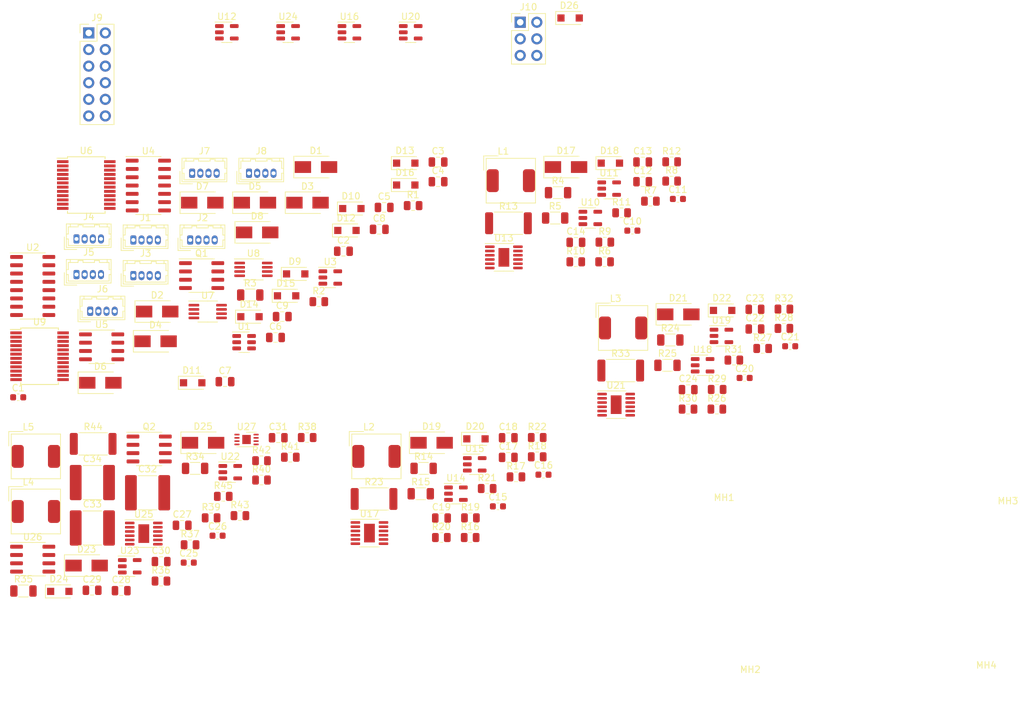
<source format=kicad_pcb>
(kicad_pcb (version 20211014) (generator pcbnew)
  (layers (0 "F.Cu" signal) (31 "B.Cu" signal) (34 "B.Paste" user) (35 "F.Paste" user) (36 "B.SilkS" user "B.Silkscreen") (37 "F.SilkS" user "F.Silkscreen") (38 "B.Mask" user) (39 "F.Mask" user) (44 "Edge.Cuts" user))
  (net 0 "")
  (net 1 "+3.3VA")
  (net 2 "GND")
  (net 3 "/PANEL_OR")
  (net 4 "Net-(C12-Pad1)")
  (net 5 "Net-(C13-Pad1)")
  (net 6 "Net-(C13-Pad2)")
  (net 7 "/MPPT1/VOUT")
  (net 8 "Net-(C17-Pad1)")
  (net 9 "Net-(C18-Pad1)")
  (net 10 "Net-(C18-Pad2)")
  (net 11 "Net-(C22-Pad1)")
  (net 12 "Net-(C23-Pad1)")
  (net 13 "Net-(C23-Pad2)")
  (net 14 "/MPPT4/VBOOST")
  (net 15 "Net-(C28-Pad1)")
  (net 16 "Net-(C29-Pad1)")
  (net 17 "Net-(C29-Pad2)")
  (net 18 "Net-(C30-Pad1)")
  (net 19 "Net-(C32-Pad1)")
  (net 20 "/MPPT1/A_PWR")
  (net 21 "Net-(D1-Pad2)")
  (net 22 "/MPPT1/B_PWR")
  (net 23 "Net-(D2-Pad2)")
  (net 24 "/MPPT2/A_PWR")
  (net 25 "Net-(D3-Pad2)")
  (net 26 "/MPPT2/B_PWR")
  (net 27 "Net-(D4-Pad2)")
  (net 28 "/MPPT3/A_PWR")
  (net 29 "Net-(D5-Pad2)")
  (net 30 "/MPPT3/B_PWR")
  (net 31 "Net-(D6-Pad2)")
  (net 32 "/MPPT4/A_PWR")
  (net 33 "Net-(D7-Pad2)")
  (net 34 "/MPPT4/B_PWR")
  (net 35 "Net-(D8-Pad2)")
  (net 36 "Net-(D25-Pad2)")
  (net 37 "MUX3OUT")
  (net 38 "MUX4OUT")
  (net 39 "BCR_OUT")
  (net 40 "Net-(U12-Pad1)")
  (net 41 "Net-(U16-Pad1)")
  (net 42 "S3")
  (net 43 "S2")
  (net 44 "S1")
  (net 45 "S0")
  (net 46 "Net-(L1-Pad2)")
  (net 47 "Net-(L2-Pad2)")
  (net 48 "Net-(L3-Pad2)")
  (net 49 "Net-(L4-Pad2)")
  (net 50 "Net-(Q1-Pad4)")
  (net 51 "VUSB")
  (net 52 "Net-(Q2-Pad4)")
  (net 53 "TELEM_VBCROUT")
  (net 54 "V_SA1")
  (net 55 "Net-(R8-Pad2)")
  (net 56 "Net-(R10-Pad1)")
  (net 57 "Net-(R10-Pad2)")
  (net 58 "V_SA2")
  (net 59 "Net-(R18-Pad2)")
  (net 60 "Net-(R20-Pad1)")
  (net 61 "Net-(R20-Pad2)")
  (net 62 "V_SA3")
  (net 63 "Net-(R28-Pad2)")
  (net 64 "Net-(R30-Pad1)")
  (net 65 "Net-(R30-Pad2)")
  (net 66 "Net-(R36-Pad2)")
  (net 67 "V_SA4")
  (net 68 "Net-(R41-Pad1)")
  (net 69 "Net-(R41-Pad2)")
  (net 70 "Net-(R45-Pad2)")
  (net 72 "I_SA1A")
  (net 73 "I_SA1B")
  (net 74 "I_SA2A")
  (net 75 "I_SA2B")
  (net 76 "I_SA3A")
  (net 77 "I_SA3B")
  (net 78 "I_SA4A")
  (net 79 "I_SA4B")
  (net 80 "/ADCCS")
  (net 81 "/MOSI")
  (net 82 "/MISO")
  (net 83 "/SCK")
  (net 84 "TELEM_IBCROUT")
  (net 85 "/DAC1CS")
  (net 86 "/RESET")
  (net 87 "/DAC2CS")
  (net 88 "/LDAC")
  (net 93 "/Vset2")
  (net 94 "/Vset1")
  (net 95 "/Vset4")
  (net 96 "/Vset3")
  (net 113 "Net-(U20-Pad1)")
  (net 117 "Net-(U24-Pad1)")
  (footprint "Diode_SMD:D_SOD-123F" (layer "F.Cu") (at 54.081 52.23)
    (fp_text reference "D9" (at -0.127 -1.905) (layer "F.SilkS"))
    (fp_text value "RR264MM")
    (pad "1" smd rect (at -1.4 0) (size 1.1 1.1) (layers "F.Cu" "F.Paste" "F.Mask") (net 3 "/PANEL_OR"))
    (pad "2" smd rect (at 1.4 0) (size 1.1 1.1) (layers "F.Cu" "F.Paste" "F.Mask") (net 20 "/MPPT1/A_PWR"))
  )
  (footprint "Package_SO:SOIC-8_3.9x4.9mm_P1.27mm" (layer "F.Cu") (at 24.386 63.39)
    (fp_text reference "U5" (at 0 -3.4) (layer "F.SilkS"))
    (fp_text value "L78L33_SO8")
    (pad "1" smd roundrect (at -2.475 -1.905) (size 1.95 0.6) (layers "F.Cu" "F.Paste" "F.Mask") (net 1 "+3.3VA"))
    (pad "2" smd roundrect (at -2.475 -0.635) (size 1.95 0.6) (layers "F.Cu" "F.Paste" "F.Mask") (net 2 "GND"))
    (pad "3" smd roundrect (at -2.475 0.635) (size 1.95 0.6) (layers "F.Cu" "F.Paste" "F.Mask") (net 2 "GND"))
    (pad "4" smd roundrect (at -2.475 1.905) (size 1.95 0.6) (layers "F.Cu" "F.Paste" "F.Mask"))
    (pad "5" smd roundrect (at 2.475 1.905) (size 1.95 0.6) (layers "F.Cu" "F.Paste" "F.Mask"))
    (pad "6" smd roundrect (at 2.475 0.635) (size 1.95 0.6) (layers "F.Cu" "F.Paste" "F.Mask") (net 2 "GND"))
    (pad "7" smd roundrect (at 2.475 -0.635) (size 1.95 0.6) (layers "F.Cu" "F.Paste" "F.Mask") (net 2 "GND"))
    (pad "8" smd roundrect (at 2.475 -1.905) (size 1.95 0.6) (layers "F.Cu" "F.Paste" "F.Mask") (net 3 "/PANEL_OR"))
  )
  (footprint "Resistor_SMD:R_0805_2012Metric" (layer "F.Cu") (at 57.616 56.48)
    (fp_text reference "R2" (at 0 -1.65) (layer "F.SilkS"))
    (fp_text value "100K")
    (pad "1" smd roundrect (at -0.9125 0) (size 1.025 1.4) (layers "F.Cu" "F.Paste" "F.Mask") (roundrect_rratio 0.243902) (net 53 "TELEM_VBCROUT"))
    (pad "2" smd roundrect (at 0.9125 0) (size 1.025 1.4) (layers "F.Cu" "F.Paste" "F.Mask") (roundrect_rratio 0.243902) (net 2 "GND"))
  )
  (footprint "Resistor_SMD:R_0805_2012Metric" (layer "F.Cu") (at 103.946 42.88)
    (fp_text reference "R11" (at 0 -1.65) (layer "F.SilkS"))
    (fp_text value "490K")
    (pad "1" smd roundrect (at -0.9125 0) (size 1.025 1.4) (layers "F.Cu" "F.Paste" "F.Mask") (roundrect_rratio 0.243902) (net 56 "Net-(R10-Pad1)"))
    (pad "2" smd roundrect (at 0.9125 0) (size 1.025 1.4) (layers "F.Cu" "F.Paste" "F.Mask") (roundrect_rratio 0.243902) (net 7 "/MPPT1/VOUT"))
  )
  (footprint "Package_SO:SSOP-24_5.3x8.2mm_P0.65mm" (layer "F.Cu") (at 14.886 64.83)
    (fp_text reference "U9" (at 0 -5.25) (layer "F.SilkS"))
    (fp_text value "CD74HC4067SM")
    (pad "1" smd rect (at -3.6 -3.575) (size 1.75 0.45) (layers "F.Cu" "F.Paste" "F.Mask") (net 38 "MUX4OUT"))
    (pad "2" smd rect (at -3.6 -2.925) (size 1.75 0.45) (layers "F.Cu" "F.Paste" "F.Mask"))
    (pad "3" smd rect (at -3.6 -2.275) (size 1.75 0.45) (layers "F.Cu" "F.Paste" "F.Mask"))
    (pad "4" smd rect (at -3.6 -1.625) (size 1.75 0.45) (layers "F.Cu" "F.Paste" "F.Mask"))
    (pad "5" smd rect (at -3.6 -0.975) (size 1.75 0.45) (layers "F.Cu" "F.Paste" "F.Mask"))
    (pad "6" smd rect (at -3.6 -0.325) (size 1.75 0.45) (layers "F.Cu" "F.Paste" "F.Mask"))
    (pad "7" smd rect (at -3.6 0.325) (size 1.75 0.45) (layers "F.Cu" "F.Paste" "F.Mask"))
    (pad "8" smd rect (at -3.6 0.975) (size 1.75 0.45) (layers "F.Cu" "F.Paste" "F.Mask"))
    (pad "9" smd rect (at -3.6 1.625) (size 1.75 0.45) (layers "F.Cu" "F.Paste" "F.Mask"))
    (pad "10" smd rect (at -3.6 2.275) (size 1.75 0.45) (layers "F.Cu" "F.Paste" "F.Mask") (net 45 "S0"))
    (pad "11" smd rect (at -3.6 2.925) (size 1.75 0.45) (layers "F.Cu" "F.Paste" "F.Mask") (net 44 "S1"))
    (pad "12" smd rect (at -3.6 3.575) (size 1.75 0.45) (layers "F.Cu" "F.Paste" "F.Mask") (net 2 "GND"))
    (pad "13" smd rect (at 3.6 3.575) (size 1.75 0.45) (layers "F.Cu" "F.Paste" "F.Mask") (net 42 "S3"))
    (pad "14" smd rect (at 3.6 2.925) (size 1.75 0.45) (layers "F.Cu" "F.Paste" "F.Mask") (net 43 "S2"))
    (pad "15" smd rect (at 3.6 2.275) (size 1.75 0.45) (layers "F.Cu" "F.Paste" "F.Mask") (net 2 "GND"))
    (pad "16" smd rect (at 3.6 1.625) (size 1.75 0.45) (layers "F.Cu" "F.Paste" "F.Mask"))
    (pad "17" smd rect (at 3.6 0.975) (size 1.75 0.45) (layers "F.Cu" "F.Paste" "F.Mask"))
    (pad "18" smd rect (at 3.6 0.325) (size 1.75 0.45) (layers "F.Cu" "F.Paste" "F.Mask"))
    (pad "19" smd rect (at 3.6 -0.325) (size 1.75 0.45) (layers "F.Cu" "F.Paste" "F.Mask"))
    (pad "20" smd rect (at 3.6 -0.975) (size 1.75 0.45) (layers "F.Cu" "F.Paste" "F.Mask"))
    (pad "21" smd rect (at 3.6 -1.625) (size 1.75 0.45) (layers "F.Cu" "F.Paste" "F.Mask"))
    (pad "22" smd rect (at 3.6 -2.275) (size 1.75 0.45) (layers "F.Cu" "F.Paste" "F.Mask"))
    (pad "23" smd rect (at 3.6 -2.925) (size 1.75 0.45) (layers "F.Cu" "F.Paste" "F.Mask"))
    (pad "24" smd rect (at 3.6 -3.575) (size 1.75 0.45) (layers "F.Cu" "F.Paste" "F.Mask") (net 1 "+3.3VA"))
  )
  (footprint "Resistor_SMD:R_0805_2012Metric" (layer "F.Cu") (at 53.256 80.28)
    (fp_text reference "R41" (at 0 -1.65) (layer "F.SilkS"))
    (fp_text value "52.8K")
    (pad "1" smd roundrect (at -0.9125 0) (size 1.025 1.4) (layers "F.Cu" "F.Paste" "F.Mask") (roundrect_rratio 0.243902) (net 68 "Net-(R41-Pad1)"))
    (pad "2" smd roundrect (at 0.9125 0) (size 1.025 1.4) (layers "F.Cu" "F.Paste" "F.Mask") (roundrect_rratio 0.243902) (net 69 "Net-(R41-Pad2)"))
  )
  (footprint "Diode_SMD:D_SOD-123F" (layer "F.Cu") (at 17.981 100.81)
    (fp_text reference "D24" (at -0.127 -1.905) (layer "F.SilkS"))
    (fp_text value "RB051MM-2Y")
    (pad "1" smd rect (at -1.4 0) (size 1.1 1.1) (layers "F.Cu" "F.Paste" "F.Mask") (net 17 "Net-(C29-Pad2)"))
    (pad "2" smd rect (at 1.4 0) (size 1.1 1.1) (layers "F.Cu" "F.Paste" "F.Mask") (net 7 "/MPPT1/VOUT"))
  )
  (footprint "Resistor_SMD:R_2512_6332Metric" (layer "F.Cu") (at 103.816 67.02)
    (fp_text reference "R33" (at 0 -2.62) (layer "F.SilkS"))
    (fp_text value "50m")
    (pad "1" smd roundrect (at -2.9625 0) (size 1.225 3.35) (layers "F.Cu" "F.Paste" "F.Mask") (roundrect_rratio 0.204082) (net 7 "/MPPT1/VOUT"))
    (pad "2" smd roundrect (at 2.9625 0) (size 1.225 3.35) (layers "F.Cu" "F.Paste" "F.Mask") (roundrect_rratio 0.204082) (net 48 "Net-(L3-Pad2)"))
  )
  (footprint "Resistor_SMD:R_1206_3216Metric" (layer "F.Cu") (at 93.786 43.68)
    (fp_text reference "R5" (at 0 -1.82) (layer "F.SilkS"))
    (fp_text value "4m")
    (pad "1" smd roundrect (at -1.4625 0) (size 1.125 1.75) (layers "F.Cu" "F.Paste" "F.Mask") (roundrect_rratio 0.222222) (net 4 "Net-(C12-Pad1)"))
    (pad "2" smd roundrect (at 1.4625 0) (size 1.125 1.75) (layers "F.Cu" "F.Paste" "F.Mask") (roundrect_rratio 0.222222) (net 22 "/MPPT1/B_PWR"))
  )
  (footprint "Resistor_SMD:R_0805_2012Metric" (layer "F.Cu") (at 96.936 50.38)
    (fp_text reference "R10" (at 0 -1.65) (layer "F.SilkS"))
    (fp_text value "52.8K")
    (pad "1" smd roundrect (at -0.9125 0) (size 1.025 1.4) (layers "F.Cu" "F.Paste" "F.Mask") (roundrect_rratio 0.243902) (net 56 "Net-(R10-Pad1)"))
    (pad "2" smd roundrect (at 0.9125 0) (size 1.025 1.4) (layers "F.Cu" "F.Paste" "F.Mask") (roundrect_rratio 0.243902) (net 57 "Net-(R10-Pad2)"))
  )
  (footprint "Capacitor_SMD:C_0805_2012Metric" (layer "F.Cu") (at 27.376 100.7)
    (fp_text reference "C28" (at 0 -1.68) (layer "F.SilkS"))
    (fp_text value "0.1uF")
    (pad "1" smd roundrect (at -0.95 0) (size 1 1.45) (layers "F.Cu" "F.Paste" "F.Mask") (net 15 "Net-(C28-Pad1)"))
    (pad "2" smd roundrect (at 0.95 0) (size 1 1.45) (layers "F.Cu" "F.Paste" "F.Mask") (net 2 "GND"))
  )
  (footprint "Capacitor_SMD:C_2220_5650Metric" (layer "F.Cu") (at 22.966 84.16)
    (fp_text reference "C34" (at 0 -3.65) (layer "F.SilkS"))
    (fp_text value "22uF")
    (pad "1" smd roundrect (at -2.55 0) (size 1.8 5.4) (layers "F.Cu" "F.Paste" "F.Mask") (roundrect_rratio 0.138889) (net 14 "/MPPT4/VBOOST"))
    (pad "2" smd roundrect (at 2.55 0) (size 1.8 5.4) (layers "F.Cu" "F.Paste" "F.Mask") (roundrect_rratio 0.138889) (net 2 "GND"))
  )
  (footprint "Package_SO:MSOP-8_3x3mm_P0.65mm" (layer "F.Cu") (at 40.616 57.99)
    (fp_text reference "U7" (at 0 -2.45) (layer "F.SilkS"))
    (fp_text value "MCP4812")
    (pad "1" smd roundrect (at -2.1125 -0.975) (size 1.625 0.4) (layers "F.Cu" "F.Paste" "F.Mask") (net 1 "+3.3VA"))
    (pad "2" smd roundrect (at -2.1125 -0.325) (size 1.625 0.4) (layers "F.Cu" "F.Paste" "F.Mask") (net 85 "/DAC1CS"))
    (pad "3" smd roundrect (at -2.1125 0.325) (size 1.625 0.4) (layers "F.Cu" "F.Paste" "F.Mask") (net 83 "/SCK"))
    (pad "4" smd roundrect (at -2.1125 0.975) (size 1.625 0.4) (layers "F.Cu" "F.Paste" "F.Mask") (net 81 "/MOSI"))
    (pad "5" smd roundrect (at 2.1125 0.975) (size 1.625 0.4) (layers "F.Cu" "F.Paste" "F.Mask") (net 88 "/LDAC"))
    (pad "6" smd roundrect (at 2.1125 0.325) (size 1.625 0.4) (layers "F.Cu" "F.Paste" "F.Mask") (net 93 "/Vset2"))
    (pad "7" smd roundrect (at 2.1125 -0.325) (size 1.625 0.4) (layers "F.Cu" "F.Paste" "F.Mask") (net 2 "GND"))
    (pad "8" smd roundrect (at 2.1125 -0.975) (size 1.625 0.4) (layers "F.Cu" "F.Paste" "F.Mask") (net 94 "/Vset1"))
  )
  (footprint "Capacitor_SMD:C_0805_2012Metric" (layer "F.Cu") (at 50.986 61.96)
    (fp_text reference "C6" (at 0 -1.68) (layer "F.SilkS"))
    (fp_text value "0.1uF")
    (pad "1" smd roundrect (at -0.95 0) (size 1 1.45) (layers "F.Cu" "F.Paste" "F.Mask") (net 1 "+3.3VA"))
    (pad "2" smd roundrect (at 0.95 0) (size 1 1.45) (layers "F.Cu" "F.Paste" "F.Mask") (net 2 "GND"))
  )
  (footprint "Diode_SMD:D_SMA" (layer "F.Cu") (at 48.186 45.88)
    (fp_text reference "D8" (at 0 -2.5) (layer "F.SilkS"))
    (fp_text value "CMSH3-40MA")
    (pad "1" smd rect (at -2 0) (size 2.5 1.8) (layers "F.Cu" "F.Paste" "F.Mask") (net 34 "/MPPT4/B_PWR"))
    (pad "2" smd rect (at 2 0) (size 2.5 1.8) (layers "F.Cu" "F.Paste" "F.Mask") (net 35 "Net-(D8-Pad2)"))
  )
  (footprint "Capacitor_SMD:C_0603_1608Metric" (layer "F.Cu") (at 112.566 40.76)
    (fp_text reference "C11" (at 0 -1.43) (layer "F.SilkS"))
    (fp_text value "0.1uF")
    (pad "1" smd roundrect (at -0.775 0) (size 0.9 0.95) (layers "F.Cu" "F.Paste" "F.Mask") (net 1 "+3.3VA"))
    (pad "2" smd roundrect (at 0.775 0) (size 0.9 0.95) (layers "F.Cu" "F.Paste" "F.Mask") (net 2 "GND"))
  )
  (footprint "Resistor_SMD:R_0805_2012Metric" (layer "F.Cu") (at 121.126 65.42)
    (fp_text reference "R31" (at 0 -1.65) (layer "F.SilkS"))
    (fp_text value "490K")
    (pad "1" smd roundrect (at -0.9125 0) (size 1.025 1.4) (layers "F.Cu" "F.Paste" "F.Mask") (roundrect_rratio 0.243902) (net 64 "Net-(R30-Pad1)"))
    (pad "2" smd roundrect (at 0.9125 0) (size 1.025 1.4) (layers "F.Cu" "F.Paste" "F.Mask") (roundrect_rratio 0.243902) (net 7 "/MPPT1/VOUT"))
  )
  (footprint "Package_TO_SOT_SMD:SOT-23-5" (layer "F.Cu") (at 28.686 96.97)
    (fp_text reference "U23" (at 0 -2.4) (layer "F.SilkS"))
    (fp_text value "INA180A3")
    (pad "1" smd roundrect (at -1.1375 -0.95) (size 1.325 0.6) (layers "F.Cu" "F.Paste" "F.Mask") (net 79 "I_SA4B"))
    (pad "2" smd roundrect (at -1.1375 0) (size 1.325 0.6) (layers "F.Cu" "F.Paste" "F.Mask") (net 2 "GND"))
    (pad "3" smd roundrect (at -1.1375 0.95) (size 1.325 0.6) (layers "F.Cu" "F.Paste" "F.Mask") (net 34 "/MPPT4/B_PWR"))
    (pad "4" smd roundrect (at 1.1375 0.95) (size 1.325 0.6) (layers "F.Cu" "F.Paste" "F.Mask") (net 19 "Net-(C32-Pad1)"))
    (pad "5" smd roundrect (at 1.1375 -0.95) (size 1.325 0.6) (layers "F.Cu" "F.Paste" "F.Mask") (net 1 "+3.3VA"))
  )
  (footprint "Diode_SMD:D_SOD-123F" (layer "F.Cu") (at 61.921 45.58)
    (fp_text reference "D12" (at -0.127 -1.905) (layer "F.SilkS"))
    (fp_text value "RR264MM")
    (pad "1" smd rect (at -1.4 0) (size 1.1 1.1) (layers "F.Cu" "F.Paste" "F.Mask") (net 3 "/PANEL_OR"))
    (pad "2" smd rect (at 1.4 0) (size 1.1 1.1) (layers "F.Cu" "F.Paste" "F.Mask") (net 26 "/MPPT2/B_PWR"))
  )
  (footprint "Diode_SMD:D_SOD-123F" (layer "F.Cu") (at 70.921 38.63)
    (fp_text reference "D16" (at -0.127 -1.905) (layer "F.SilkS"))
    (fp_text value "RR264MM")
    (pad "1" smd rect (at -1.4 0) (size 1.1 1.1) (layers "F.Cu" "F.Paste" "F.Mask") (net 3 "/PANEL_OR"))
    (pad "2" smd rect (at 1.4 0) (size 1.1 1.1) (layers "F.Cu" "F.Paste" "F.Mask") (net 34 "/MPPT4/B_PWR"))
  )
  (footprint "Inductor_SMD:L_AVX_LMLP07A7" (layer "F.Cu") (at 87.001 37.965)
    (fp_text reference "L1" (at -1.15 -4.5) (layer "F.SilkS"))
    (fp_text value "10uH")
    (pad "1" smd roundrect (at -2.775 0) (size 1.85 3.5) (layers "F.Cu" "F.Paste" "F.Mask") (net 5 "Net-(C13-Pad1)"))
    (pad "2" smd roundrect (at 2.775 0) (size 1.85 3.5) (layers "F.Cu" "F.Paste" "F.Mask") (net 46 "Net-(L1-Pad2)"))
  )
  (footprint "Resistor_SMD:R_1206_3216Metric" (layer "F.Cu") (at 111.406 62.34)
    (fp_text reference "R24" (at 0 -1.82) (layer "F.SilkS"))
    (fp_text value "4m")
    (pad "1" smd roundrect (at -1.4625 0) (size 1.125 1.75) (layers "F.Cu" "F.Paste" "F.Mask") (roundrect_rratio 0.222222) (net 11 "Net-(C22-Pad1)"))
    (pad "2" smd roundrect (at 1.4625 0) (size 1.125 1.75) (layers "F.Cu" "F.Paste" "F.Mask") (roundrect_rratio 0.222222) (net 28 "/MPPT3/A_PWR"))
  )
  (footprint "MountingHole:MountingHole_2.2mm_M2" (layer "F.Cu") (at 163.068 90.17)
    (fp_text reference "MH3" (at 0 -3.2) (layer "F.SilkS"))
    (fp_text value "M2")
    (pad "" np_thru_hole circle (at 0 0) (size 2.2 2.2) (drill 2.2) (layers *.Cu *.Mask))
  )
  (footprint "MountingHole:MountingHole_2.2mm_M2" (layer "F.Cu") (at 123.6472 115.9764)
    (fp_text reference "MH2" (at 0 -3.2) (layer "F.SilkS"))
    (fp_text value "M2")
    (pad "" np_thru_hole circle (at 0 0) (size 2.2 2.2) (drill 2.2) (layers *.Cu *.Mask))
  )
  (footprint "Capacitor_SMD:C_0805_2012Metric" (layer "F.Cu") (at 86.606 77.3)
    (fp_text reference "C18" (at 0 -1.68) (layer "F.SilkS"))
    (fp_text value "1uF")
    (pad "1" smd roundrect (at -0.95 0) (size 1 1.45) (layers "F.Cu" "F.Paste" "F.Mask") (net 9 "Net-(C18-Pad1)"))
    (pad "2" smd roundrect (at 0.95 0) (size 1 1.45) (layers "F.Cu" "F.Paste" "F.Mask") (net 10 "Net-(C18-Pad2)"))
  )
  (footprint "Resistor_SMD:R_1206_3216Metric" (layer "F.Cu") (at 38.686 81.99)
    (fp_text reference "R34" (at 0 -1.82) (layer "F.SilkS"))
    (fp_text value "4m")
    (pad "1" smd roundrect (at -1.4625 0) (size 1.125 1.75) (layers "F.Cu" "F.Paste" "F.Mask") (roundrect_rratio 0.222222) (net 19 "Net-(C32-Pad1)"))
    (pad "2" smd roundrect (at 1.4625 0) (size 1.125 1.75) (layers "F.Cu" "F.Paste" "F.Mask") (roundrect_rratio 0.222222) (net 32 "/MPPT4/A_PWR"))
  )
  (footprint "Capacitor_SMD:C_0603_1608Metric" (layer "F.Cu") (at 91.996 82.95)
    (fp_text reference "C16" (at 0 -1.43) (layer "F.SilkS"))
    (fp_text value "0.1uF")
    (pad "1" smd roundrect (at -0.775 0) (size 0.9 0.95) (layers "F.Cu" "F.Paste" "F.Mask") (net 1 "+3.3VA"))
    (pad "2" smd roundrect (at 0.775 0) (size 0.9 0.95) (layers "F.Cu" "F.Paste" "F.Mask") (net 2 "GND"))
  )
  (footprint "Package_TO_SOT_SMD:SOT-23-5" (layer "F.Cu") (at 81.476 81.37)
    (fp_text reference "U15" (at 0 -2.4) (layer "F.SilkS"))
    (fp_text value "INA180A3")
    (pad "1" smd roundrect (at -1.1375 -0.95) (size 1.325 0.6) (layers "F.Cu" "F.Paste" "F.Mask") (net 75 "I_SA2B"))
    (pad "2" smd roundrect (at -1.1375 0) (size 1.325 0.6) (layers "F.Cu" "F.Paste" "F.Mask") (net 2 "GND"))
    (pad "3" smd roundrect (at -1.1375 0.95) (size 1.325 0.6) (layers "F.Cu" "F.Paste" "F.Mask") (net 26 "/MPPT2/B_PWR"))
    (pad "4" smd roundrect (at 1.1375 0.95) (size 1.325 0.6) (layers "F.Cu" "F.Paste" "F.Mask") (net 8 "Net-(C17-Pad1)"))
    (pad "5" smd roundrect (at 1.1375 -0.95) (size 1.325 0.6) (layers "F.Cu" "F.Paste" "F.Mask") (net 1 "+3.3VA"))
  )
  (footprint "Capacitor_SMD:C_0805_2012Metric" (layer "F.Cu") (at 124.356 57.65)
    (fp_text reference "C23" (at 0 -1.68) (layer "F.SilkS"))
    (fp_text value "1uF")
    (pad "1" smd roundrect (at -0.95 0) (size 1 1.45) (layers "F.Cu" "F.Paste" "F.Mask") (net 12 "Net-(C23-Pad1)"))
    (pad "2" smd roundrect (at 0.95 0) (size 1 1.45) (layers "F.Cu" "F.Paste" "F.Mask") (net 13 "Net-(C23-Pad2)"))
  )
  (footprint "Resistor_SMD:R_0805_2012Metric" (layer "F.Cu") (at 48.846 83.77)
    (fp_text reference "R40" (at 0 -1.65) (layer "F.SilkS"))
    (fp_text value "100K")
    (pad "1" smd roundrect (at -0.9125 0) (size 1.025 1.4) (layers "F.Cu" "F.Paste" "F.Mask") (roundrect_rratio 0.243902) (net 19 "Net-(C32-Pad1)"))
    (pad "2" smd roundrect (at 0.9125 0) (size 1.025 1.4) (layers "F.Cu" "F.Paste" "F.Mask") (roundrect_rratio 0.243902) (net 15 "Net-(C28-Pad1)"))
  )
  (footprint "Resistor_SMD:R_0805_2012Metric" (layer "F.Cu") (at 111.606 38.03)
    (fp_text reference "R8" (at 0 -1.65) (layer "F.SilkS"))
    (fp_text value "75K")
    (pad "1" smd roundrect (at -0.9125 0) (size 1.025 1.4) (layers "F.Cu" "F.Paste" "F.Mask") (roundrect_rratio 0.243902) (net 4 "Net-(C12-Pad1)"))
    (pad "2" smd roundrect (at 0.9125 0) (size 1.025 1.4) (layers "F.Cu" "F.Paste" "F.Mask") (roundrect_rratio 0.243902) (net 55 "Net-(R8-Pad2)"))
  )
  (footprint "Capacitor_SMD:C_0805_2012Metric" (layer "F.Cu") (at 51.406 77.3)
    (fp_text reference "C31" (at 0 -1.68) (layer "F.SilkS"))
    (fp_text value "10uF")
    (pad "1" smd roundrect (at -0.95 0) (size 1 1.45) (layers "F.Cu" "F.Paste" "F.Mask") (net 7 "/MPPT1/VOUT"))
    (pad "2" smd roundrect (at 0.95 0) (size 1 1.45) (layers "F.Cu" "F.Paste" "F.Mask") (net 2 "GND"))
  )
  (footprint "Package_SO:SOIC-16_3.9x9.9mm_P1.27mm" (layer "F.Cu") (at 13.836 54.08)
    (fp_text reference "U2" (at 0 -5.9) (layer "F.SilkS"))
    (fp_text value "MCP3008")
    (pad "1" smd roundrect (at -2.475 -4.445) (size 1.95 0.6) (layers "F.Cu" "F.Paste" "F.Mask") (net 72 "I_SA1A"))
    (pad "2" smd roundrect (at -2.475 -3.175) (size 1.95 0.6) (layers "F.Cu" "F.Paste" "F.Mask") (net 73 "I_SA1B"))
    (pad "3" smd roundrect (at -2.475 -1.905) (size 1.95 0.6) (layers "F.Cu" "F.Paste" "F.Mask") (net 74 "I_SA2A"))
    (pad "4" smd roundrect (at -2.475 -0.635) (size 1.95 0.6) (layers "F.Cu" "F.Paste" "F.Mask") (net 75 "I_SA2B"))
    (pad "5" smd roundrect (at -2.475 0.635) (size 1.95 0.6) (layers "F.Cu" "F.Paste" "F.Mask") (net 76 "I_SA3A"))
    (pad "6" smd roundrect (at -2.475 1.905) (size 1.95 0.6) (layers "F.Cu" "F.Paste" "F.Mask") (net 77 "I_SA3B"))
    (pad "7" smd roundrect (at -2.475 3.175) (size 1.95 0.6) (layers "F.Cu" "F.Paste" "F.Mask") (net 78 "I_SA4A"))
    (pad "8" smd roundrect (at -2.475 4.445) (size 1.95 0.6) (layers "F.Cu" "F.Paste" "F.Mask") (net 79 "I_SA4B"))
    (pad "9" smd roundrect (at 2.475 4.445) (size 1.95 0.6) (layers "F.Cu" "F.Paste" "F.Mask") (net 2 "GND"))
    (pad "10" smd roundrect (at 2.475 3.175) (size 1.95 0.6) (layers "F.Cu" "F.Paste" "F.Mask") (net 80 "/ADCCS"))
    (pad "11" smd roundrect (at 2.475 1.905) (size 1.95 0.6) (layers "F.Cu" "F.Paste" "F.Mask") (net 81 "/MOSI"))
    (pad "12" smd roundrect (at 2.475 0.635) (size 1.95 0.6) (layers "F.Cu" "F.Paste" "F.Mask") (net 82 "/MISO"))
    (pad "13" smd roundrect (at 2.475 -0.635) (size 1.95 0.6) (layers "F.Cu" "F.Paste" "F.Mask") (net 83 "/SCK"))
    (pad "14" smd roundrect (at 2.475 -1.905) (size 1.95 0.6) (layers "F.Cu" "F.Paste" "F.Mask") (net 2 "GND"))
    (pad "15" smd roundrect (at 2.475 -3.175) (size 1.95 0.6) (layers "F.Cu" "F.Paste" "F.Mask") (net 1 "+3.3VA"))
    (pad "16" smd roundrect (at 2.475 -4.445) (size 1.95 0.6) (layers "F.Cu" "F.Paste" "F.Mask") (net 1 "+3.3VA"))
  )
  (footprint "Package_SO:MSOP-12-1EP_3x4mm_P0.65mm_EP1.65x2.85mm" (layer "F.Cu") (at 103.116 72.24)
    (fp_text reference "U21" (at 0 -2.95) (layer "F.SilkS"))
    (fp_text value "LT3652EMSE")
    (pad "1" smd roundrect (at -2.15 -1.625) (size 1.45 0.4) (layers "F.Cu" "F.Paste" "F.Mask") (net 11 "Net-(C22-Pad1)"))
    (pad "2" smd roundrect (at -2.15 -0.975) (size 1.45 0.4) (layers "F.Cu" "F.Paste" "F.Mask") (net 113 "Net-(U20-Pad1)"))
    (pad "3" smd roundrect (at -2.15 -0.325) (size 1.45 0.4) (layers "F.Cu" "F.Paste" "F.Mask") (net 11 "Net-(C22-Pad1)"))
    (pad "4" smd roundrect (at -2.15 0.325) (size 1.45 0.4) (layers "F.Cu" "F.Paste" "F.Mask"))
    (pad "5" smd roundrect (at -2.15 0.975) (size 1.45 0.4) (layers "F.Cu" "F.Paste" "F.Mask"))
    (pad "6" smd roundrect (at -2.15 1.625) (size 1.45 0.4) (layers "F.Cu" "F.Paste" "F.Mask") (net 2 "GND"))
    (pad "7" smd roundrect (at 2.15 1.625) (size 1.45 0.4) (layers "F.Cu" "F.Paste" "F.Mask") (net 65 "Net-(R30-Pad2)"))
    (pad "8" smd roundrect (at 2.15 0.975) (size 1.45 0.4) (layers "F.Cu" "F.Paste" "F.Mask"))
    (pad "9" smd roundrect (at 2.15 0.325) (size 1.45 0.4) (layers "F.Cu" "F.Paste" "F.Mask") (net 7 "/MPPT1/VOUT"))
    (pad "10" smd roundrect (at 2.15 -0.325) (size 1.45 0.4) (layers "F.Cu" "F.Paste" "F.Mask") (net 48 "Net-(L3-Pad2)"))
    (pad "11" smd roundrect (at 2.15 -0.975) (size 1.45 0.4) (layers "F.Cu" "F.Paste" "F.Mask") (net 13 "Net-(C23-Pad2)"))
    (pad "12" smd roundrect (at 2.15 -1.625) (size 1.45 0.4) (layers "F.Cu" "F.Paste" "F.Mask") (net 12 "Net-(C23-Pad1)"))
    (pad "13" smd rect (at 0 0) (size 1.65 2.85) (layers "F.Cu" "F.Mask") (net 2 "GND"))
  )
  (footprint "Diode_SMD:D_SOD-123F" (layer "F.Cu") (at 62.671 42.23)
    (fp_text reference "D10" (at -0.127 -1.905) (layer "F.SilkS"))
    (fp_text value "RR264MM")
    (pad "1" smd rect (at -1.4 0) (size 1.1 1.1) (layers "F.Cu" "F.Paste" "F.Mask") (net 3 "/PANEL_OR"))
    (pad "2" smd rect (at 1.4 0) (size 1.1 1.1) (layers "F.Cu" "F.Paste" "F.Mask") (net 22 "/MPPT1/B_PWR"))
  )
  (footprint "Connector_Hirose:Hirose_DF13-04P-1.25DSA_1x04_P1.25mm_Vertical" (layer "F.Cu") (at 20.536 46.88)
    (fp_text reference "J4" (at 1.88 -3.4) (layer "F.SilkS"))
    (fp_text value "S2B")
    (pad "1" thru_hole roundrect (at 0 0) (size 0.9 1.4) (drill 0.6) (layers *.Cu *.Mask) (net 27 "Net-(D4-Pad2)"))
    (pad "2" thru_hole oval (at 1.25 0) (size 0.9 1.4) (drill 0.6) (layers *.Cu *.Mask) (net 27 "Net-(D4-Pad2)"))
    (pad "3" thru_hole oval (at 2.5 0) (size 0.9 1.4) (drill 0.6) (layers *.Cu *.Mask) (net 2 "GND"))
    (pad "4" thru_hole oval (at 3.75 0) (size 0.9 1.4) (drill 0.6) (layers *.Cu *.Mask) (net 2 "GND"))
  )
  (footprint "Resistor_SMD:R_0805_2012Metric" (layer "F.Cu") (at 111.606 35.08)
    (fp_text reference "R12" (at 0 -1.65) (layer "F.SilkS"))
    (fp_text value "330K")
    (pad "1" smd roundrect (at -0.9125 0) (size 1.025 1.4) (layers "F.Cu" "F.Paste" "F.Mask") (roundrect_rratio 0.243902) (net 2 "GND"))
    (pad "2" smd roundrect (at 0.9125 0) (size 1.025 1.4) (layers "F.Cu" "F.Paste" "F.Mask") (roundrect_rratio 0.243902) (net 56 "Net-(R10-Pad1)"))
  )
  (footprint "MountingHole:MountingHole_2.2mm_M2" (layer "F.Cu") (at 119.634 89.662)
    (fp_text reference "MH1" (at 0 -3.2) (layer "F.SilkS"))
    (fp_text value "M2")
    (pad "" np_thru_hole circle (at 0 0) (size 2.2 2.2) (drill 2.2) (layers *.Cu *.Mask))
  )
  (footprint "Capacitor_SMD:C_0805_2012Metric" (layer "F.Cu") (at 107.176 38.12)
    (fp_text reference "C12" (at 0 -1.68) (layer "F.SilkS"))
    (fp_text value "10uF")
    (pad "1" smd roundrect (at -0.95 0) (size 1 1.45) (layers "F.Cu" "F.Paste" "F.Mask") (net 4 "Net-(C12-Pad1)"))
    (pad "2" smd roundrect (at 0.95 0) (size 1 1.45) (layers "F.Cu" "F.Paste" "F.Mask") (net 2 "GND"))
  )
  (footprint "Capacitor_SMD:C_0603_1608Metric" (layer "F.Cu") (at 129.746 63.3)
    (fp_text reference "C21" (at 0 -1.43) (layer "F.SilkS"))
    (fp_text value "0.1uF")
    (pad "1" smd roundrect (at -0.775 0) (size 0.9 0.95) (layers "F.Cu" "F.Paste" "F.Mask") (net 1 "+3.3VA"))
    (pad "2" smd roundrect (at 0.775 0) (size 0.9 0.95) (layers "F.Cu" "F.Paste" "F.Mask") (net 2 "GND"))
  )
  (footprint "Connector_Hirose:Hirose_DF13-04P-1.25DSA_1x04_P1.25mm_Vertical" (layer "F.Cu") (at 37.936 47.04)
    (fp_text reference "J2" (at 1.88 -3.4) (layer "F.SilkS"))
    (fp_text value "S1B")
    (pad "1" thru_hole roundrect (at 0 0) (size 0.9 1.4) (drill 0.6) (layers *.Cu *.Mask) (net 23 "Net-(D2-Pad2)"))
    (pad "2" thru_hole oval (at 1.25 0) (size 0.9 1.4) (drill 0.6) (layers *.Cu *.Mask) (net 23 "Net-(D2-Pad2)"))
    (pad "3" thru_hole oval (at 2.5 0) (size 0.9 1.4) (drill 0.6) (layers *.Cu *.Mask) (net 2 "GND"))
    (pad "4" thru_hole oval (at 3.75 0) (size 0.9 1.4) (drill 0.6) (layers *.Cu *.Mask) (net 2 "GND"))
  )
  (footprint "Package_TO_SOT_SMD:SOT-23-5" (layer "F.Cu") (at 102.046 39.18)
    (fp_text reference "U11" (at 0 -2.4) (layer "F.SilkS"))
    (fp_text value "INA180A3")
    (pad "1" smd roundrect (at -1.1375 -0.95) (size 1.325 0.6) (layers "F.Cu" "F.Paste" "F.Mask") (net 73 "I_SA1B"))
    (pad "2" smd roundrect (at -1.1375 0) (size 1.325 0.6) (layers "F.Cu" "F.Paste" "F.Mask") (net 2 "GND"))
    (pad "3" smd roundrect (at -1.1375 0.95) (size 1.325 0.6) (layers "F.Cu" "F.Paste" "F.Mask") (net 22 "/MPPT1/B_PWR"))
    (pad "4" smd roundrect (at 1.1375 0.95) (size 1.325 0.6) (layers "F.Cu" "F.Paste" "F.Mask") (net 4 "Net-(C12-Pad1)"))
    (pad "5" smd roundrect (at 1.1375 -0.95) (size 1.325 0.6) (layers "F.Cu" "F.Paste" "F.Mask") (net 1 "+3.3VA"))
  )
  (footprint "Capacitor_SMD:C_0805_2012Metric" (layer "F.Cu") (at 75.866 38.12)
    (fp_text reference "C4" (at 0 -1.68) (layer "F.SilkS"))
    (fp_text value "0.47uF")
    (pad "1" smd roundrect (at -0.95 0) (size 1 1.45) (layers "F.Cu" "F.Paste" "F.Mask") (net 3 "/PANEL_OR"))
    (pad "2" smd roundrect (at 0.95 0) (size 1 1.45) (layers "F.Cu" "F.Paste" "F.Mask") (net 2 "GND"))
  )
  (footprint "Connector_Hirose:Hirose_DF13-04P-1.25DSA_1x04_P1.25mm_Vertical" (layer "F.Cu") (at 20.536 52.33)
    (fp_text reference "J5" (at 1.88 -3.4) (layer "F.SilkS"))
    (fp_text value "S3A")
    (pad "1" thru_hole roundrect (at 0 0) (size 0.9 1.4) (drill 0.6) (layers *.Cu *.Mask) (net 29 "Net-(D5-Pad2)"))
    (pad "2" thru_hole oval (at 1.25 0) (size 0.9 1.4) (drill 0.6) (layers *.Cu *.Mask) (net 29 "Net-(D5-Pad2)"))
    (pad "3" thru_hole oval (at 2.5 0) (size 0.9 1.4) (drill 0.6) (layers *.Cu *.Mask) (net 2 "GND"))
    (pad "4" thru_hole oval (at 3.75 0) (size 0.9 1.4) (drill 0.6) (layers *.Cu *.Mask) (net 2 "GND"))
  )
  (footprint "Capacitor_SMD:C_0805_2012Metric" (layer "F.Cu") (at 96.956 47.4)
    (fp_text reference "C14" (at 0 -1.68) (layer "F.SilkS"))
    (fp_text value "10uF")
    (pad "1" smd roundrect (at -0.95 0) (size 1 1.45) (layers "F.Cu" "F.Paste" "F.Mask") (net 7 "/MPPT1/VOUT"))
    (pad "2" smd roundrect (at 0.95 0) (size 1 1.45) (layers "F.Cu" "F.Paste" "F.Mask") (net 2 "GND"))
  )
  (footprint "Package_TO_SOT_SMD:SOT-23-5" (layer "F.Cu") (at 119.226 61.72)
    (fp_text reference "U19" (at 0 -2.4) (layer "F.SilkS"))
    (fp_text value "INA180A3")
    (pad "1" smd roundrect (at -1.1375 -0.95) (size 1.325 0.6) (layers "F.Cu" "F.Paste" "F.Mask") (net 77 "I_SA3B"))
    (pad "2" smd roundrect (at -1.1375 0) (size 1.325 0.6) (layers "F.Cu" "F.Paste" "F.Mask") (net 2 "GND"))
    (pad "3" smd roundrect (at -1.1375 0.95) (size 1.325 0.6) (layers "F.Cu" "F.Paste" "F.Mask") (net 30 "/MPPT3/B_PWR"))
    (pad "4" smd roundrect (at 1.1375 0.95) (size 1.325 0.6) (layers "F.Cu" "F.Paste" "F.Mask") (net 11 "Net-(C22-Pad1)"))
    (pad "5" smd roundrect (at 1.1375 -0.95) (size 1.325 0.6) (layers "F.Cu" "F.Paste" "F.Mask") (net 1 "+3.3VA"))
  )
  (footprint "Resistor_SMD:R_0805_2012Metric" (layer "F.Cu") (at 83.376 85.07)
    (fp_text reference "R21" (at 0 -1.65) (layer "F.SilkS"))
    (fp_text value "490K")
    (pad "1" smd roundrect (at -0.9125 0) (size 1.025 1.4) (layers "F.Cu" "F.Paste" "F.Mask") (roundrect_rratio 0.243902) (net 60 "Net-(R20-Pad1)"))
    (pad "2" smd roundrect (at 0.9125 0) (size 1.025 1.4) (layers "F.Cu" "F.Paste" "F.Mask") (roundrect_rratio 0.243902) (net 7 "/MPPT1/VOUT"))
  )
  (footprint "Resistor_SMD:R_0805_2012Metric" (layer "F.Cu") (at 128.786 57.62)
    (fp_text reference "R32" (at 0 -1.65) (layer "F.SilkS"))
    (fp_text value "330K")
    (pad "1" smd roundrect (at -0.9125 0) (size 1.025 1.4) (layers "F.Cu" "F.Paste" "F.Mask") (roundrect_rratio 0.243902) (net 2 "GND"))
    (pad "2" smd roundrect (at 0.9125 0) (size 1.025 1.4) (layers "F.Cu" "F.Paste" "F.Mask") (roundrect_rratio 0.243902) (net 64 "Net-(R30-Pad1)"))
  )
  (footprint "Diode_SMD:D_SMA" (layer "F.Cu") (at 32.886 57.99)
    (fp_text reference "D2" (at 0 -2.5) (layer "F.SilkS"))
    (fp_text value "CMSH3-40MA")
    (pad "1" smd rect (at -2 0) (size 2.5 1.8) (layers "F.Cu" "F.Paste" "F.Mask") (net 22 "/MPPT1/B_PWR"))
    (pad "2" smd rect (at 2 0) (size 2.5 1.8) (layers "F.Cu" "F.Paste" "F.Mask") (net 23 "Net-(D2-Pad2)"))
  )
  (footprint "Capacitor_SMD:C_0805_2012Metric" (layer "F.Cu") (at 124.356 60.66)
    (fp_text reference "C22" (at 0 -1.68) (layer "F.SilkS"))
    (fp_text value "10uF")
    (pad "1" smd roundrect (at -0.95 0) (size 1 1.45) (layers "F.Cu" "F.Paste" "F.Mask") (net 11 "Net-(C22-Pad1)"))
    (pad "2" smd roundrect (at 0.95 0) (size 1 1.45) (layers "F.Cu" "F.Paste" "F.Mask") (net 2 "GND"))
  )
  (footprint "Package_TO_SOT_SMD:SOT-23-5" (layer "F.Cu") (at 43.541 15.257)
    (fp_text reference "U12" (at 0 -2.4) (layer "F.SilkS"))
    (fp_text value "TLV9361IDBVR")
    (pad "1" smd roundrect (at -1.1375 -0.95) (size 1.325 0.6) (layers "F.Cu" "F.Paste" "F.Mask") (net 40 "Net-(U12-Pad1)"))
    (pad "2" smd roundrect (at -1.1375 0) (size 1.325 0.6) (layers "F.Cu" "F.Paste" "F.Mask") (net 2 "GND"))
    (pad "3" smd roundrect (at -1.1375 0.95) (size 1.325 0.6) (layers "F.Cu" "F.Paste" "F.Mask") (net 55 "Net-(R8-Pad2)"))
    (pad "4" smd roundrect (at 1.1375 0.95) (size 1.325 0.6) (layers "F.Cu" "F.Paste" "F.Mask") (net 94 "/Vset1"))
    (pad "5" smd roundrect (at 1.1375 -0.95) (size 1.325 0.6) (layers "F.Cu" "F.Paste" "F.Mask") (net 1 "+3.3VA"))
  )
  (footprint "Diode_SMD:D_SMA" (layer "F.Cu") (at 24.186 68.89)
    (fp_text reference "D6" (at 0 -2.5) (layer "F.SilkS"))
    (fp_text value "CMSH3-40MA")
    (pad "1" smd rect (at -2 0) (size 2.5 1.8) (layers "F.Cu" "F.Paste" "F.Mask") (net 30 "/MPPT3/B_PWR"))
    (pad "2" smd rect (at 2 0) (size 2.5 1.8) (layers "F.Cu" "F.Paste" "F.Mask") (net 31 "Net-(D6-Pad2)"))
  )
  (footprint "Diode_SMD:D_SOD-123F" (layer "F.Cu") (at 102.231 35.28)
    (fp_text reference "D18" (at -0.127 -1.905) (layer "F.SilkS"))
    (fp_text value "RB051MM-2Y")
    (pad "1" smd rect (at -1.4 0) (size 1.1 1.1) (layers "F.Cu" "F.Paste" "F.Mask") (net 6 "Net-(C13-Pad2)"))
    (pad "2" smd rect (at 1.4 0) (size 1.1 1.1) (layers "F.Cu" "F.Paste" "F.Mask") (net 7 "/MPPT1/VOUT"))
  )
  (footprint "Diode_SMD:D_SMA" (layer "F.Cu") (at 55.886 41.33)
    (fp_text reference "D3" (at 0 -2.5) (layer "F.SilkS"))
    (fp_text value "CMSH3-40MA")
    (pad "1" smd rect (at -2 0) (size 2.5 1.8) (layers "F.Cu" "F.Paste" "F.Mask") (net 24 "/MPPT2/A_PWR"))
    (pad "2" smd rect (at 2 0) (size 2.5 1.8) (layers "F.Cu" "F.Paste" "F.Mask") (net 25 "Net-(D3-Pad2)"))
  )
  (footprint "Inductor_SMD:L_AVX_LMLP07A7" (layer "F.Cu") (at 14.321 80.155)
    (fp_text reference "L5" (at -1.15 -4.5) (layer "F.SilkS"))
    (fp_text value "10uH")
    (pad "1" smd roundrect (at -2.775 0) (size 1.85 3.5) (layers "F.Cu" "F.Paste" "F.Mask") (net 19 "Net-(C32-Pad1)"))
    (pad "2" smd roundrect (at 2.775 0) (size 1.85 3.5) (layers "F.Cu" "F.Paste" "F.Mask") (net 36 "Net-(D25-Pad2)"))
  )
  (footprint "Diode_SMD:D_SOD-123F" (layer "F.Cu") (at 47.081 58.78)
    (fp_text reference "D14" (at -0.127 -1.905) (layer "F.SilkS"))
    (fp_text value "RR264MM")
    (pad "1" smd rect (at -1.4 0) (size 1.1 1.1) (layers "F.Cu" "F.Paste" "F.Mask") (net 3 "/PANEL_OR"))
    (pad "2" smd rect (at 1.4 0) (size 1.1 1.1) (layers "F.Cu" "F.Paste" "F.Mask") (net 30 "/MPPT3/B_PWR"))
  )
  (footprint "Package_TO_SOT_SMD:SOT-23-5" (layer "F.Cu") (at 99.166 43.67)
    (fp_text reference "U10" (at 0 -2.4) (layer "F.SilkS"))
    (fp_text value "INA180A3")
    (pad "1" smd roundrect (at -1.1375 -0.95) (size 1.325 0.6) (layers "F.Cu" "F.Paste" "F.Mask") (net 72 "I_SA1A"))
    (pad "2" smd roundrect (at -1.1375 0) (size 1.325 0.6) (layers "F.Cu" "F.Paste" "F.Mask") (net 2 "GND"))
    (pad "3" smd roundrect (at -1.1375 0.95) (size 1.325 0.6) (layers "F.Cu" "F.Paste" "F.Mask") (net 20 "/MPPT1/A_PWR"))
    (pad "4" smd roundrect (at 1.1375 0.95) (size 1.325 0.6) (layers "F.Cu" "F.Paste" "F.Mask") (net 4 "Net-(C12-Pad1)"))
    (pad "5" smd roundrect (at 1.1375 -0.95) (size 1.325 0.6) (layers "F.Cu" "F.Paste" "F.Mask") (net 1 "+3.3VA"))
  )
  (footprint "Capacitor_SMD:C_0603_1608Metric" (layer "F.Cu") (at 37.716 96.41)
    (fp_text reference "C25" (at 0 -1.43) (layer "F.SilkS"))
    (fp_text value "0.1uF")
    (pad "1" smd roundrect (at -0.775 0) (size 0.9 0.95) (layers "F.Cu" "F.Paste" "F.Mask") (net 1 "+3.3VA"))
    (pad "2" smd roundrect (at 0.775 0) (size 0.9 0.95) (layers "F.Cu" "F.Paste" "F.Mask") (net 2 "GND"))
  )
  (footprint "Capacitor_SMD:C_0805_2012Metric" (layer "F.Cu") (at 33.486 96.25)
    (fp_text reference "C30" (at 0 -1.68) (layer "F.SilkS"))
    (fp_text value "0.01uF")
    (pad "1" smd roundrect (at -0.95 0) (size 1 1.45) (layers "F.Cu" "F.Paste" "F.Mask") (net 18 "Net-(C30-Pad1)"))
    (pad "2" smd roundrect (at 0.95 0) (size 1 1.45) (layers "F.Cu" "F.Paste" "F.Mask") (net 2 "GND"))
  )
  (footprint "Package_SO:SOIC-8_3.9x4.9mm_P1.27mm" (layer "F.Cu") (at 13.836 95.88)
    (fp_text reference "U26" (at 0 -3.4) (layer "F.SilkS"))
    (fp_text value "LMC555xM")
    (pad "1" smd roundrect (at -2.475 -1.905) (size 1.95 0.6) (layers "F.Cu" "F.Paste" "F.Mask") (net 2 "GND"))
    (pad "2" smd roundrect (at -2.475 -0.635) (size 1.95 0.6) (layers "F.Cu" "F.Paste" "F.Mask") (net 15 "Net-(C28-Pad1)"))
    (pad "3" smd roundrect (at -2.475 0.635) (size 1.95 0.6) (layers "F.Cu" "F.Paste" "F.Mask") (net 70 "Net-(R45-Pad2)"))
    (pad "4" smd roundrect (at -2.475 1.905) (size 1.95 0.6) (layers "F.Cu" "F.Paste" "F.Mask") (net 19 "Net-(C32-Pad1)"))
    (pad "5" smd roundrect (at 2.475 1.905) (size 1.95 0.6) (layers "F.Cu" "F.Paste" "F.Mask") (net 18 "Net-(C30-Pad1)"))
    (pad "6" smd roundrect (at 2.475 0.635) (size 1.95 0.6) (layers "F.Cu" "F.Paste" "F.Mask") (net 15 "Net-(C28-Pad1)"))
    (pad "7" smd roundrect (at 2.475 -0.635) (size 1.95 0.6) (layers "F.Cu" "F.Paste" "F.Mask"))
    (pad "8" smd roundrect (at 2.475 -1.905) (size 1.95 0.6) (layers "F.Cu" "F.Paste" "F.Mask") (net 19 "Net-(C32-Pad1)"))
  )
  (footprint "Resistor_SMD:R_0805_2012Metric" (layer "F.Cu") (at 118.526 72.92)
    (fp_text reference "R26" (at 0 -1.65) (layer "F.SilkS"))
    (fp_text value "750K")
    (pad "1" smd roundrect (at -0.9125 0) (size 1.025 1.4) (layers "F.Cu" "F.Paste" "F.Mask") (roundrect_rratio 0.243902) (net 11 "Net-(C22-Pad1)"))
    (pad "2" smd roundrect (at 0.9125 0) (size 1.025 1.4) (layers "F.Cu" "F.Paste" "F.Mask") (roundrect_rratio 0.243902) (net 62 "V_SA3"))
  )
  (footprint "Package_TO_SOT_SMD:SOT-23-5" (layer "F.Cu") (at 44.066 82.57)
    (fp_text reference "U22" (at 0 -2.4) (layer "F.SilkS"))
    (fp_text value "INA180A3")
    (pad "1" smd roundrect (at -1.1375 -0.95) (size 1.325 0.6) (layers "F.Cu" "F.Paste" "F.Mask") (net 78 "I_SA4A"))
    (pad "2" smd roundrect (at -1.1375 0) (size 1.325 0.6) (layers "F.Cu" "F.Paste" "F.Mask") (net 2 "GND"))
    (pad "3" smd roundrect (at -1.1375 0.95) (size 1.325 0.6) (layers "F.Cu" "F.Paste" "F.Mask") (net 32 "/MPPT4/A_PWR"))
    (pad "4" smd roundrect (at 1.1375 0.95) (size 1.325 0.6) (layers "F.Cu" "F.Paste" "F.Mask") (net 19 "Net-(C32-Pad1)"))
    (pad "5" smd roundrect (at 1.1375 -0.95) (size 1.325 0.6) (layers "F.Cu" "F.Paste" "F.Mask") (net 1 "+3.3VA"))
  )
  (footprint "Connector_PinHeader_2.54mm:PinHeader_2x03_P2.54mm_Vertical" (layer "F.Cu") (at 88.436 13.721)
    (fp_text reference "J10" (at 1.27 -2.33) (layer "F.SilkS"))
    (fp_text value "ICSP")
    (pad "1" thru_hole rect (at 0 0) (size 1.7 1.7) (drill 1) (layers *.Cu *.Mask) (net 82 "/MISO"))
    (pad "2" thru_hole oval (at 2.54 0) (size 1.7 1.7) (drill 1) (layers *.Cu *.Mask) (net 1 "+3.3VA"))
    (pad "3" thru_hole oval (at 0 2.54) (size 1.7 1.7) (drill 1) (layers *.Cu *.Mask) (net 83 "/SCK"))
    (pad "4" thru_hole oval (at 2.54 2.54) (size 1.7 1.7) (drill 1) (layers *.Cu *.Mask) (net 81 "/MOSI"))
    (pad "5" thru_hole oval (at 0 5.08) (size 1.7 1.7) (drill 1) (layers *.Cu *.Mask) (net 86 "/RESET"))
    (pad "6" thru_hole oval (at 2.54 5.08) (size 1.7 1.7) (drill 1) (layers *.Cu *.Mask) (net 2 "GND"))
  )
  (footprint "Capacitor_SMD:C_2220_5650Metric" (layer "F.Cu") (at 31.416 85.72)
    (fp_text reference "C32" (at 0 -3.65) (layer "F.SilkS"))
    (fp_text value "22uF")
    (pad "1" smd roundrect (at -2.55 0) (size 1.8 5.4) (layers "F.Cu" "F.Paste" "F.Mask") (roundrect_rratio 0.138889) (net 19 "Net-(C32-Pad1)"))
    (pad "2" smd roundrect (at 2.55 0) (size 1.8 5.4) (layers "F.Cu" "F.Paste" "F.Mask") (roundrect_rratio 0.138889) (net 2 "GND"))
  )
  (footprint "Connector_Hirose:Hirose_DF13-04P-1.25DSA_1x04_P1.25mm_Vertical" (layer "F.Cu") (at 29.236 47.04)
    (fp_text reference "J1" (at 1.88 -3.4) (layer "F.SilkS"))
    (fp_text value "S1A")
    (pad "1" thru_hole roundrect (at 0 0) (size 0.9 1.4) (drill 0.6) (layers *.Cu *.Mask) (net 21 "Net-(D1-Pad2)"))
    (pad "2" thru_hole oval (at 1.25 0) (size 0.9 1.4) (drill 0.6) (layers *.Cu *.Mask) (net 21 "Net-(D1-Pad2)"))
    (pad "3" thru_hole oval (at 2.5 0) (size 0.9 1.4) (drill 0.6) (layers *.Cu *.Mask) (net 2 "GND"))
    (pad "4" thru_hole oval (at 3.75 0) (size 0.9 1.4) (drill 0.6) (layers *.Cu *.Mask) (net 2 "GND"))
  )
  (footprint "Connector_PinHeader_2.54mm:PinHeader_2x06_P2.54mm_Vertical" (layer "F.Cu") (at 22.411 15.357)
    (fp_text reference "J9" (at 1.27 -2.33) (layer "F.SilkS"))
    (fp_text value "Solar Daughterboard Connector")
    (pad "1" thru_hole rect (at 0 0) (size 1.7 1.7) (drill 1) (layers *.Cu *.Mask) (net 42 "S3"))
    (pad "2" thru_hole oval (at 2.54 0) (size 1.7 1.7) (drill 1) (layers *.Cu *.Mask) (net 45 "S0"))
    (pad "3" thru_hole oval (at 0 2.54) (size 1.7 1.7) (drill 1) (layers *.Cu *.Mask) (net 43 "S2"))
    (pad "4" thru_hole oval (at 2.54 2.54) (size 1.7 1.7) (drill 1) (layers *.Cu *.Mask) (net 44 "S1"))
    (pad "5" thru_hole oval (at 0 5.08) (size 1.7 1.7) (drill 1) (layers *.Cu *.Mask) (net 37 "MUX3OUT"))
    (pad "6" thru_hole oval (at 2.54 5.08) (size 1.7 1.7) (drill 1) (layers *.Cu *.Mask) (net 38 "MUX4OUT"))
    (pad "7" thru_hole oval (at 0 7.62) (size 1.7 1.7) (drill 1) (layers *.Cu *.Mask) (net 39 "BCR_OUT"))
    (pad "8" thru_hole oval (at 2.54 7.62) (size 1.7 1.7) (drill 1) (layers *.Cu *.Mask) (net 39 "BCR_OUT"))
    (pad "9" thru_hole oval (at 0 10.16) (size 1.7 1.7) (drill 1) (layers *.Cu *.Mask) (net 51 "VUSB"))
    (pad "10" thru_hole oval (at 2.54 10.16) (size 1.7 1.7) (drill 1) (layers *.Cu *.Mask) (net 51 "VUSB"))
    (pad "11" thru_hole oval (at 0 12.7) (size 1.7 1.7) (drill 1) (layers *.Cu *.Mask) (net 2 "GND"))
    (pad "12" thru_hole oval (at 2.54 12.7) (size 1.7 1.7) (drill 1) (layers *.Cu *.Mask) (net 2 "GND"))
  )
  (footprint "Capacitor_SMD:C_0805_2012Metric" (layer "F.Cu") (at 52.026 58.76)
    (fp_text reference "C9" (at 0 -1.68) (layer "F.SilkS"))
    (fp_text value "0.1uF")
    (pad "1" smd roundrect (at -0.95 0) (size 1 1.45) (layers "F.Cu" "F.Paste" "F.Mask") (net 1 "+3.3VA"))
    (pad "2" smd roundrect (at 0.95 0) (size 1 1.45) (layers "F.Cu" "F.Paste" "F.Mask") (net 2 "GND"))
  )
  (footprint "Resistor_SMD:R_0805_2012Metric" (layer "F.Cu") (at 128.786 60.57)
    (fp_text reference "R28" (at 0 -1.65) (layer "F.SilkS"))
    (fp_text value "75K")
    (pad "1" smd roundrect (at -0.9125 0) (size 1.025 1.4) (layers "F.Cu" "F.Paste" "F.Mask") (roundrect_rratio 0.243902) (net 11 "Net-(C22-Pad1)"))
    (pad "2" smd roundrect (at 0.9125 0) (size 1.025 1.4) (layers "F.Cu" "F.Paste" "F.Mask") (roundrect_rratio 0.243902) (net 63 "Net-(R28-Pad2)"))
  )
  (footprint "Connector_Hirose:Hirose_DF13-04P-1.25DSA_1x04_P1.25mm_Vertical" (layer "F.Cu") (at 46.936 36.83)
    (fp_text reference "J8" (at 1.88 -3.4) (layer "F.SilkS"))
    (fp_text value "S4B")
    (pad "1" thru_hole roundrect (at 0 0) (size 0.9 1.4) (drill 0.6) (layers *.Cu *.Mask) (net 35 "Net-(D8-Pad2)"))
    (pad "2" thru_hole oval (at 1.25 0) (size 0.9 1.4) (drill 0.6) (layers *.Cu *.Mask) (net 35 "Net-(D8-Pad2)"))
    (pad "3" thru_hole oval (at 2.5 0) (size 0.9 1.4) (drill 0.6) (layers *.Cu *.Mask) (net 2 "GND"))
    (pad "4" thru_hole oval (at 3.75 0) (size 0.9 1.4) (drill 0.6) (layers *.Cu *.Mask) (net 2 "GND"))
  )
  (footprint "Resistor_SMD:R_0805_2012Metric" (layer "F.Cu") (at 91.036 80.22)
    (fp_text reference "R18" (at 0 -1.65) (layer "F.SilkS"))
    (fp_text value "75K")
    (pad "1" smd roundrect (at -0.9125 0) (size 1.025 1.4) (layers "F.Cu" "F.Paste" "F.Mask") (roundrect_rratio 0.243902) (net 8 "Net-(C17-Pad1)"))
    (pad "2" smd roundrect (at 0.9125 0) (size 1.025 1.4) (layers "F.Cu" "F.Paste" "F.Mask") (roundrect_rratio 0.243902) (net 59 "Net-(R18-Pad2)"))
  )
  (footprint "Capacitor_SMD:C_0805_2012Metric" (layer "F.Cu") (at 61.386 48.76)
    (fp_text reference "C2" (at 0 -1.68) (layer "F.SilkS"))
    (fp_text value "0.1uF")
    (pad "1" smd roundrect (at -0.95 0) (size 1 1.45) (layers "F.Cu" "F.Paste" "F.Mask") (net 1 "+3.3VA"))
    (pad "2" smd roundrect (at 0.95 0) (size 1 1.45) (layers "F.Cu" "F.Paste" "F.Mask") (net 2 "GND"))
  )
  (footprint "Package_TO_SOT_SMD:SOT-23-5" (layer "F.Cu") (at 59.376 52.78)
    (fp_text reference "U3" (at 0 -2.4) (layer "F.SilkS"))
    (fp_text value "INA180A3")
    (pad "1" smd roundrect (at -1.1375 -0.95) (size 1.325 0.6) (layers "F.Cu" "F.Paste" "F.Mask") (net 84 "TELEM_IBCROUT"))
    (pad "2" smd roundrect (at -1.1375 0) (size 1.325 0.6) (layers "F.Cu" "F.Paste" "F.Mask") (net 2 "GND"))
    (pad "3" smd roundrect (at -1.1375 0.95) (size 1.325 0.6) (layers "F.Cu" "F.Paste" "F.Mask") (net 7 "/MPPT1/VOUT"))
    (pad "4" smd roundrect (at 1.1375 0.95) (size 1.325 0.6) (layers "F.Cu" "F.Paste" "F.Mask") (net 39 "BCR_OUT"))
    (pad "5" smd roundrect (at 1.1375 -0.95) (size 1.325 0.6) (layers "F.Cu" "F.Paste" "F.Mask") (net 1 "+3.3VA"))
  )
  (footprint "Package_SO:MSOP-12-1EP_3x4mm_P0.65mm_EP1.65x2.85mm" (layer "F.Cu") (at 30.836 91.97)
    (fp_text reference "U25" (at 0 -2.95) (layer "F.SilkS"))
    (fp_text value "LT3652EMSE")
    (pad "1" smd roundrect (at -2.15 -1.625) (size 1.45 0.4) (layers "F.Cu" "F.Paste" "F.Mask") (net 14 "/MPPT4/VBOOST"))
    (pad "2" smd roundrect (at -2.15 -0.975) (size 1.45 0.4) (layers "F.Cu" "F.Paste" "F.Mask") (net 117 "Net-(U24-Pad1)"))
    (pad "3" smd roundrect (at -2.15 -0.325) (size 1.45 0.4) (layers "F.Cu" "F.Paste" "F.Mask") (net 14 "/MPPT4/VBOOST"))
    (pad "4" smd roundrect (at -2.15 0.325) (size 1.45 0.4) (layers "F.Cu" "F.Paste" "F.Mask"))
    (pad "5" smd roundrect (at -2.15 0.975) (size 1.45 0.4) (layers "F.Cu" "F.Paste" "F.Mask"))
    (pad "6" smd roundrect (at -2.15 1.625) (size 1.45 0.4) (layers "F.Cu" "F.Paste" "F.Mask") (net 2 "GND"))
    (pad "7" smd roundrect (at 2.15 1.625) (size 1.45 0.4) (layers "F.Cu" "F.Paste" "F.Mask") (net 69 "Net-(R41-Pad2)"))
    (pad "8" smd roundrect (at 2.15 0.975) (size 1.45 0.4) (layers "F.Cu" "F.Paste" "F.Mask"))
    (pad "9" smd roundrect (at 2.15 0.325) (size 1.45 0.4) (layers "F.Cu" "F.Paste" "F.Mask") (net 7 "/MPPT1/VOUT"))
    (pad "10" smd roundrect (at 2.15 -0.325) (size 1.45 0.4) (layers "F.Cu" "F.Paste" "F.Mask") (net 49 "Net-(L4-Pad2)"))
    (pad "11" smd roundrect (at 2.15 -0.975) (size 1.45 0.4) (layers "F.Cu" "F.Paste" "F.Mask") (net 17 "Net-(C29-Pad2)"))
    (pad "12" smd roundrect (at 2.15 -1.625) (size 1.45 0.4) (layers "F.Cu" "F.Paste" "F.Mask") (net 16 "Net-(C29-Pad1)"))
    (pad "13" smd rect (at 0 0) (size 1.65 2.85) (layers "F.Cu" "F.Mask") (net 2 "GND"))
  )
  (footprint "Resistor_SMD:R_0805_2012Metric" (layer "F.Cu") (at 91.036 77.27)
    (fp_text reference "R22" (at 0 -1.65) (layer "F.SilkS"))
    (fp_text value "330K")
    (pad "1" smd roundrect (at -0.9125 0) (size 1.025 1.4) (layers "F.Cu" "F.Paste" "F.Mask") (roundrect_rratio 0.243902) (net 2 "GND"))
    (pad "2" smd roundrect (at 0.9125 0) (size 1.025 1.4) (layers "F.Cu" "F.Paste" "F.Mask") (roundrect_rratio 0.243902) (net 60 "Net-(R20-Pad1)"))
  )
  (footprint "Resistor_SMD:R_0805_2012Metric" (layer "F.Cu") (at 125.536 63.64)
    (fp_text reference "R27" (at 0 -1.65) (layer "F.SilkS"))
    (fp_text value "100K")
    (pad "1" smd roundrect (at -0.9125 0) (size 1.025 1.4) (layers "F.Cu" "F.Paste" "F.Mask") (roundrect_rratio 0.243902) (net 62 "V_SA3"))
    (pad "2" smd roundrect (at 0.9125 0) (size 1.025 1.4) (layers "F.Cu" "F.Paste" "F.Mask") (roundrect_rratio 0.243902) (net 2 "GND"))
  )
  (footprint "Resistor_SMD:R_0805_2012Metric" (layer "F.Cu") (at 33.466 99.23)
    (fp_text reference "R36" (at 0 -1.65) (layer "F.SilkS"))
    (fp_text value "75K")
    (pad "1" smd roundrect (at -0.9125 0) (size 1.025 1.4) (layers "F.Cu" "F.Paste" "F.Mask") (roundrect_rratio 0.243902) (net 14 "/MPPT4/VBOOST"))
    (pad "2" smd roundrect (at 0.9125 0) (size 1.025 1.4) (layers "F.Cu" "F.Paste" "F.Mask") (roundrect_rratio 0.243902) (net 66 "Net-(R36-Pad2)"))
  )
  (footprint "Resistor_SMD:R_0805_2012Metric" (layer "F.Cu") (at 55.836 77.27)
    (fp_text reference "R38" (at 0 -1.65) (layer "F.SilkS"))
    (fp_text value "400K")
    (pad "1" smd roundrect (at -0.9125 0) (size 1.025 1.4) (layers "F.Cu" "F.Paste" "F.Mask") (roundrect_rratio 0.243902) (net 19 "Net-(C32-Pad1)"))
    (pad "2" smd roundrect (at 0.9125 0) (size 1.025 1.4) (layers "F.Cu" "F.Paste" "F.Mask") (roundrect_rratio 0.243902) (net 67 "V_SA4"))
  )
  (footprint "Capacitor_SMD:C_2220_5650Metric" (layer "F.Cu") (at 22.966 91.11)
    (fp_text reference "C33" (at 0 -3.65) (layer "F.SilkS"))
    (fp_text value "22uF")
    (pad "1" smd roundrect (at -2.55 0) (size 1.8 5.4) (layers "F.Cu" "F.Paste" "F.Mask") (roundrect_rratio 0.138889) (net 14 "/MPPT4/VBOOST"))
    (pad "2" smd roundrect (at 2.55 0) (size 1.8 5.4) (layers "F.Cu" "F.Paste" "F.Mask") (roundrect_rratio 0.138889) (net 2 "GND"))
  )
  (footprint "Diode_SMD:D_SOD-123F" (layer "F.Cu") (at 119.411 57.82)
    (fp_text reference "D22" (at -0.127 -1.905) (layer "F.SilkS"))
    (fp_text value "RB051MM-2Y")
    (pad "1" smd rect (at -1.4 0) (size 1.1 1.1) (layers "F.Cu" "F.Paste" "F.Mask") (net 13 "Net-(C23-Pad2)"))
    (pad "2" smd rect (at 1.4 0) (size 1.1 1.1) (layers "F.Cu" "F.Paste" "F.Mask") (net 7 "/MPPT1/VOUT"))
  )
  (footprint "Diode_SMD:D_SMA" (layer "F.Cu") (at 47.836 41.33)
    (fp_text reference "D5" (at 0 -2.5) (layer "F.SilkS"))
    (fp_text value "CMSH3-40MA")
    (pad "1" smd rect (at -2 0) (size 2.5 1.8) (layers "F.Cu" "F.Paste" "F.Mask") (net 28 "/MPPT3/A_PWR"))
    (pad "2" smd rect (at 2 0) (size 2.5 1.8) (layers "F.Cu" "F.Paste" "F.Mask") (net 29 "Net-(D5-Pad2)"))
  )
  (footprint "Connector_Hirose:Hirose_DF13-04P-1.25DSA_1x04_P1.25mm_Vertical" (layer "F.Cu") (at 38.236 36.83)
    (fp_text reference "J7" (at 1.88 -3.4) (layer "F.SilkS"))
    (fp_text value "S4A")
    (pad "1" thru_hole roundrect (at 0 0) (size 0.9 1.4) (drill 0.6) (layers *.Cu *.Mask) (net 33 "Net-(D7-Pad2)"))
    (pad "2" thru_hole oval (at 1.25 0) (size 0.9 1.4) (drill 0.6) (layers *.Cu *.Mask) (net 33 "Net-(D7-Pad2)"))
    (pad "3" thru_hole oval (at 2.5 0) (size 0.9 1.4) (drill 0.6) (layers *.Cu *.Mask) (net 2 "GND"))
    (pad "4" thru_hole oval (at 3.75 0) (size 0.9 1.4) (drill 0.6) (layers *.Cu *.Mask) (net 2 "GND"))
  )
  (footprint "Resistor_SMD:R_0805_2012Metric" (layer "F.Cu") (at 114.116 72.92)
    (fp_text reference "R30" (at 0 -1.65) (layer "F.SilkS"))
    (fp_text value "52.8K")
    (pad "1" smd roundrect (at -0.9125 0) (size 1.025 1.4) (layers "F.Cu" "F.Paste" "F.Mask") (roundrect_rratio 0.243902) (net 64 "Net-(R30-Pad1)"))
    (pad "2" smd roundrect (at 0.9125 0) (size 1.025 1.4) (layers "F.Cu" "F.Paste" "F.Mask") (roundrect_rratio 0.243902) (net 65 "Net-(R30-Pad2)"))
  )
  (footprint "Package_SO:MSOP-12-1EP_3x4mm_P0.65mm_EP1.65x2.85mm" (layer "F.Cu") (at 65.366 91.89)
    (fp_text reference "U17" (at 0 -2.95) (layer "F.SilkS"))
    (fp_text value "LT3652EMSE")
    (pad "1" smd roundrect (at -2.15 -1.625) (size 1.45 0.4) (layers "F.Cu" "F.Paste" "F.Mask") (net 8 "Net-(C17-Pad1)"))
    (pad "2" smd roundrect (at -2.15 -0.975) (size 1.45 0.4) (layers "F.Cu" "F.Paste" "F.Mask") (net 41 "Net-(U16-Pad1)"))
    (pad "3" smd roundrect (at -2.15 -0.325) (size 1.45 0.4) (layers "F.Cu" "F.Paste" "F.Mask") (net 8 "Net-(C17-Pad1)"))
    (pad "4" smd roundrect (at -2.15 0.325) (size 1.45 0.4) (layers "F.Cu" "F.Paste" "F.Mask"))
    (pad "5" smd roundrect (at -2.15 0.975) (size 1.45 0.4) (layers "F.Cu" "F.Paste" "F.Mask"))
    (pad "6" smd roundrect (at -2.15 1.625) (size 1.45 0.4) (layers "F.Cu" "F.Paste" "F.Mask") (net 2 "GND"))
    (pad "7" smd roundrect (at 2.15 1.625) (size 1.45 0.4) (layers "F.Cu" "F.Paste" "F.Mask") (net 61 "Net-(R20-Pad2)"))
    (pad "8" smd roundrect (at 2.15 0.975) (size 1.45 0.4) (layers "F.Cu" "F.Paste" "F.Mask"))
    (pad "9" smd roundrect (at 2.15 0.325) (size 1.45 0.4) (layers "F.Cu" "F.Paste" "F.Mask") (net 7 "/MPPT1/VOUT"))
    (pad "10" smd roundrect (at 2.15 -0.325) (size 1.45 0.4) (layers "F.Cu" "F.Paste" "F.Mask") (net 47 "Net-(L2-Pad2)"))
    (pad "11" smd roundrect (at 2.15 -0.975) (size 1.45 0.4) (layers "F.Cu" "F.Paste" "F.Mask") (net 10 "Net-(C18-Pad2)"))
    (pad "12" smd roundrect (at 2.15 -1.625) (size 1.45 0.4) (layers "F.Cu" "F.Paste" "F.Mask") (net 9 "Net-(C18-Pad1)"))
    (pad "13" smd rect (at 0 0) (size 1.65 2.85) (layers "F.Cu" "F.Mask") (net 2 "GND"))
  )
  (footprint "Package_TO_SOT_SMD:SOT-23-5" (layer "F.Cu") (at 78.596 85.86)
    (fp_text reference "U14" (at 0 -2.4) (layer "F.SilkS"))
    (fp_text value "INA180A3")
    (pad "1" smd roundrect (at -1.1375 -0.95) (size 1.325 0.6) (layers "F.Cu" "F.Paste" "F.Mask") (net 74 "I_SA2A"))
    (pad "2" smd roundrect (at -1.1375 0) (size 1.325 0.6) (layers "F.Cu" "F.Paste" "F.Mask") (net 2 "GND"))
    (pad "3" smd roundrect (at -1.1375 0.95) (size 1.325 0.6) (layers "F.Cu" "F.Paste" "F.Mask") (net 24 "/MPPT2/A_PWR"))
    (pad "4" smd roundrect (at 1.1375 0.95) (size 1.325 0.6) (layers "F.Cu" "F.Paste" "F.Mask") (net 8 "Net-(C17-Pad1)"))
    (pad "5" smd roundrect (at 1.1375 -0.95) (size 1.325 0.6) (layers "F.Cu" "F.Paste" "F.Mask") (net 1 "+3.3VA"))
  )
  (footprint "Diode_SMD:D_SMA" (layer "F.Cu") (at 112.626 58.42)
    (fp_text reference "D21" (at 0 -2.5) (layer "F.SilkS"))
    (fp_text value "CMSH3-40MA")
    (pad "1" smd rect (at -2 0) (size 2.5 1.8) (layers "F.Cu" "F.Paste" "F.Mask") (net 12 "Net-(C23-Pad1)"))
    (pad "2" smd rect (at 2 0) (size 2.5 1.8) (layers "F.Cu" "F.Paste" "F.Mask") (net 2 "GND"))
  )
  (footprint "Resistor_SMD:R_0805_2012Metric" (layer "F.Cu") (at 72.046 41.78)
    (fp_text reference "R1" (at 0 -1.65) (layer "F.SilkS"))
    (fp_text value "220K")
    (pad "1" smd roundrect (at -0.9125 0) (size 1.025 1.4) (layers "F.Cu" "F.Paste" "F.Mask") (roundrect_rratio 0.243902) (net 7 "/MPPT1/VOUT"))
    (pad "2" smd roundrect (at 0.9125 0) (size 1.025 1.4) (layers "F.Cu" "F.Paste" "F.Mask") (roundrect_rratio 0.243902) (net 53 "TELEM_VBCROUT"))
  )
  (footprint "Diode_SMD:D_SOD-123F" (layer "F.Cu") (at 70.921 35.28)
    (fp_text reference "D13" (at -0.127 -1.905) (layer "F.SilkS"))
    (fp_text value "RR264MM")
    (pad "1" smd rect (at -1.4 0) (size 1.1 1.1) (layers "F.Cu" "F.Paste" "F.Mask") (net 3 "/PANEL_OR"))
    (pad "2" smd rect (at 1.4 0) (size 1.1 1.1) (layers "F.Cu" "F.Paste" "F.Mask") (net 28 "/MPPT3/A_PWR"))
  )
  (footprint "Capacitor_SMD:C_0603_1608Metric" (layer "F.Cu") (at 42.126 92.29)
    (fp_text reference "C26" (at 0 -1.43) (layer "F.SilkS"))
    (fp_text value "0.1uF")
    (pad "1" smd roundrect (at -0.775 0) (size 0.9 0.95) (layers "F.Cu" "F.Paste" "F.Mask") (net 1 "+3.3VA"))
    (pad "2" smd roundrect (at 0.775 0) (size 0.9 0.95) (layers "F.Cu" "F.Paste" "F.Mask") (net 2 "GND"))
  )
  (footprint "Resistor_SMD:R_1206_3216Metric" (layer "F.Cu") (at 73.656 81.99)
    (fp_text reference "R14" (at 0 -1.82) (layer "F.SilkS"))
    (fp_text value "4m")
    (pad "1" smd roundrect (at -1.4625 0) (size 1.125 1.75) (layers "F.Cu" "F.Paste" "F.Mask") (roundrect_rratio 0.222222) (net 8 "Net-(C17-Pad1)"))
    (pad "2" smd roundrect (at 1.4625 0) (size 1.125 1.75) (layers "F.Cu" "F.Paste" "F.Mask") (roundrect_rratio 0.222222) (net 24 "/MPPT2/A_PWR"))
  )
  (footprint "Resistor_SMD:R_0805_2012Metric" (layer "F.Cu") (at 80.816 89.56)
    (fp_text reference "R19" (at 0 -1.65) (layer "F.SilkS"))
    (fp_text value "10K")
    (pad "1" smd roundrect (at -0.9125 0) (size 1.025 1.4) (layers "F.Cu" "F.Paste" "F.Mask") (roundrect_rratio 0.243902) (net 59 "Net-(R18-Pad2)"))
    (pad "2" smd roundrect (at 0.9125 0) (size 1.025 1.4) (layers "F.Cu" "F.Paste" "F.Mask") (roundrect_rratio 0.243902) (net 2 "GND"))
  )
  (footprint "Capacitor_SMD:C_0603_1608Metric" (layer "F.Cu") (at 85.026 87.8)
    (fp_text reference "C15" (at 0 -1.43) (layer "F.SilkS"))
    (fp_text value "0.1uF")
    (pad "1" smd roundrect (at -0.775 0) (size 0.9 0.95) (layers "F.Cu" "F.Paste" "F.Mask") (net 1 "+3.3VA"))
    (pad "2" smd roundrect (at 0.775 0) (size 0.9 0.95) (layers "F.Cu" "F.Paste" "F.Mask") (net 2 "GND"))
  )
  (footprint "Connector_Hirose:Hirose_DF13-04P-1.25DSA_1x04_P1.25mm_Vertical" (layer "F.Cu") (at 22.636 57.94)
    (fp_text reference "J6" (at 1.88 -3.4) (layer "F.SilkS"))
    (fp_text value "S3B")
    (pad "1" thru_hole roundrect (at 0 0) (size 0.9 1.4) (drill 0.6) (layers *.Cu *.Mask) (net 31 "Net-(D6-Pad2)"))
    (pad "2" thru_hole oval (at 1.25 0) (size 0.9 1.4) (drill 0.6) (layers *.Cu *.Mask) (net 31 "Net-(D6-Pad2)"))
    (pad "3" thru_hole oval (at 2.5 0) (size 0.9 1.4) (drill 0.6) (layers *.Cu *.Mask) (net 2 "GND"))
    (pad "4" thru_hole oval (at 3.75 0) (size 0.9 1.4) (drill 0.6) (layers *.Cu *.Mask) (net 2 "GND"))
  )
  (footprint "Resistor_SMD:R_1206_3216Metric" (layer "F.Cu") (at 94.226 39.8)
    (fp_text reference "R4" (at 0 -1.82) (layer "F.SilkS"))
    (fp_text value "4m")
    (pad "1" smd roundrect (at -1.4625 0) (size 1.125 1.75) (layers "F.Cu" "F.Paste" "F.Mask") (roundrect_rratio 0.222222) (net 4 "Net-(C12-Pad1)"))
    (pad "2" smd roundrect (at 1.4625 0) (size 1.125 1.75) (layers "F.Cu" "F.Paste" "F.Mask") (roundrect_rratio 0.222222) (net 20 "/MPPT1/A_PWR"))
  )
  (footprint "Resistor_SMD:R_0805_2012Metric" (layer "F.Cu") (at 80.776 92.57)
    (fp_text reference "R16" (at 0 -1.65) (layer "F.SilkS"))
    (fp_text value "750K")
    (pad "1" smd roundrect (at -0.9125 0) (size 1.025 1.4) (layers "F.Cu" "F.Paste" "F.Mask") (roundrect_rratio 0.243902) (net 8 "Net-(C17-Pad1)"))
    (pad "2" smd roundrect (at 0.9125 0) (size 1.025 1.4) (layers "F.Cu" "F.Paste" "F.Mask") (roundrect_rratio 0.243902) (net 58 "V_SA2"))
  )
  (footprint "Resistor_SMD:R_0805_2012Metric" (layer "F.Cu") (at 101.386 47.37)
    (fp_text reference "R9" (at 0 -1.65) (layer "F.SilkS"))
    (fp_text value "10K")
    (pad "1" smd roundrect (at -0.9125 0) (size 1.025 1.4) (layers "F.Cu" "F.Paste" "F.Mask") (roundrect_rratio 0.243902) (net 55 "Net-(R8-Pad2)"))
    (pad "2" smd roundrect (at 0.9125 0) (size 1.025 1.4) (layers "F.Cu" "F.Paste" "F.Mask") (roundrect_rratio 0.243902) (net 2 "GND"))
  )
  (footprint "Diode_SMD:D_SMA" (layer "F.Cu") (at 95.446 35.88)
    (fp_text reference "D17" (at 0 -2.5) (layer "F.SilkS"))
    (fp_text value "CMSH3-40MA")
    (pad "1" smd rect (at -2 0) (size 2.5 1.8) (layers "F.Cu" "F.Paste" "F.Mask") (net 5 "Net-(C13-Pad1)"))
    (pad "2" smd rect (at 2 0) (size 2.5 1.8) (layers "F.Cu" "F.Paste" "F.Mask") (net 2 "GND"))
  )
  (footprint "Capacitor_SMD:C_0805_2012Metric" (layer "F.Cu") (at 36.706 90.7)
    (fp_text reference "C27" (at 0 -1.68) (layer "F.SilkS"))
    (fp_text value "10uF")
    (pad "1" smd roundrect (at -0.95 0) (size 1 1.45) (layers "F.Cu" "F.Paste" "F.Mask") (net 14 "/MPPT4/VBOOST"))
    (pad "2" smd roundrect (at 0.95 0) (size 1 1.45) (layers "F.Cu" "F.Paste" "F.Mask") (net 2 "GND"))
  )
  (footprint "Diode_SMD:D_SMA" (layer "F.Cu") (at 57.186 35.88)
    (fp_text reference "D1" (at 0 -2.5) (layer "F.SilkS"))
    (fp_text value "CMSH3-40MA")
    (pad "1" smd rect (at -2 0) (size 2.5 1.8) (layers "F.Cu" "F.Paste" "F.Mask") (net 20 "/MPPT1/A_PWR"))
    (pad "2" smd rect (at 2 0) (size 2.5 1.8) (layers "F.Cu" "F.Paste" "F.Mask") (net 21 "Net-(D1-Pad2)"))
  )
  (footprint "Resistor_SMD:R_1206_3216Metric" (layer "F.Cu") (at 73.216 85.87)
    (fp_text reference "R15" (at 0 -1.82) (layer "F.SilkS"))
    (fp_text value "4m")
    (pad "1" smd roundrect (at -1.4625 0) (size 1.125 1.75) (layers "F.Cu" "F.Paste" "F.Mask") (roundrect_rratio 0.222222) (net 8 "Net-(C17-Pad1)"))
    (pad "2" smd roundrect (at 1.4625 0) (size 1.125 1.75) (layers "F.Cu" "F.Paste" "F.Mask") (roundrect_rratio 0.222222) (net 26 "/MPPT2/B_PWR"))
  )
  (footprint "Resistor_SMD:R_0805_2012Metric" (layer "F.Cu") (at 118.566 69.91)
    (fp_text reference "R29" (at 0 -1.65) (layer "F.SilkS"))
    (fp_text value "10K")
    (pad "1" smd roundrect (at -0.9125 0) (size 1.025 1.4) (layers "F.Cu" "F.Paste" "F.Mask") (roundrect_rratio 0.243902) (net 63 "Net-(R28-Pad2)"))
    (pad "2" smd roundrect (at 0.9125 0) (size 1.025 1.4) (layers "F.Cu" "F.Paste" "F.Mask") (roundrect_rratio 0.243902) (net 2 "GND"))
  )
  (footprint "Resistor_SMD:R_0805_2012Metric" (layer "F.Cu") (at 101.346 50.38)
    (fp_text reference "R6" (at 0 -1.65) (layer "F.SilkS"))
    (fp_text value "750K")
    (pad "1" smd roundrect (at -0.9125 0) (size 1.025 1.4) (layers "F.Cu" "F.Paste" "F.Mask") (roundrect_rratio 0.243902) (net 4 "Net-(C12-Pad1)"))
    (pad "2" smd roundrect (at 0.9125 0) (size 1.025 1.4) (layers "F.Cu" "F.Paste" "F.Mask") (roundrect_rratio 0.243902) (net 54 "V_SA1"))
  )
  (footprint "Package_TO_SOT_SMD:SOT-23-5" (layer "F.Cu") (at 62.301 15.257)
    (fp_text reference "U16" (at 0 -2.4) (layer "F.SilkS"))
    (fp_text value "TLV9361IDBVR")
    (pad "1" smd roundrect (at -1.1375 -0.95) (size 1.325 0.6) (layers "F.Cu" "F.Paste" "F.Mask") (net 41 "Net-(U16-Pad1)"))
    (pad "2" smd roundrect (at -1.1375 0) (size 1.325 0.6) (layers "F.Cu" "F.Paste" "F.Mask") (net 2 "GND"))
    (pad "3" smd roundrect (at -1.1375 0.95) (size 1.325 0.6) (layers "F.Cu" "F.Paste" "F.Mask") (net 59 "Net-(R18-Pad2)"))
    (pad "4" smd roundrect (at 1.1375 0.95) (size 1.325 0.6) (layers "F.Cu" "F.Paste" "F.Mask") (net 93 "/Vset2"))
    (pad "5" smd roundrect (at 1.1375 -0.95) (size 1.325 0.6) (layers "F.Cu" "F.Paste" "F.Mask") (net 1 "+3.3VA"))
  )
  (footprint "Capacitor_SMD:C_0805_2012Metric" (layer "F.Cu") (at 22.926 100.64)
    (fp_text reference "C29" (at 0 -1.68) (layer "F.SilkS"))
    (fp_text value "1uF")
    (pad "1" smd roundrect (at -0.95 0) (size 1 1.45) (layers "F.Cu" "F.Paste" "F.Mask") (net 16 "Net-(C29-Pad1)"))
    (pad "2" smd roundrect (at 0.95 0) (size 1 1.45) (layers "F.Cu" "F.Paste" "F.Mask") (net 17 "Net-(C29-Pad2)"))
  )
  (footprint "Capacitor_SMD:C_0805_2012Metric" (layer "F.Cu") (at 43.266 68.72)
    (fp_text reference "C7" (at 0 -1.68) (layer "F.SilkS"))
    (fp_text value "0.1uF")
    (pad "1" smd roundrect (at -0.95 0) (size 1 1.45) (layers "F.Cu" "F.Paste" "F.Mask") (net 1 "+3.3VA"))
    (pad "2" smd roundrect (at 0.95 0) (size 1 1.45) (layers "F.Cu" "F.Paste" "F.Mask") (net 2 "GND"))
  )
  (footprint "Capacitor_SMD:C_0805_2012Metric" (layer "F.Cu") (at 66.866 45.41)
    (fp_text reference "C8" (at 0 -1.68) (layer "F.SilkS"))
    (fp_text value "0.1uF")
    (pad "1" smd roundrect (at -0.95 0) (size 1 1.45) (layers "F.Cu" "F.Paste" "F.Mask") (net 1 "+3.3VA"))
    (pad "2" smd roundrect (at 0.95 0) (size 1 1.45) (layers "F.Cu" "F.Paste" "F.Mask") (net 2 "GND"))
  )
  (footprint "Package_TO_SOT_SMD:TSOT-23-6" (layer "F.Cu") (at 46.186 62.68)
    (fp_text reference "U1" (at 0 -2.4) (layer "F.SilkS"))
    (fp_text value "LTC4412xS6")
    (pad "1" smd roundrect (at -1.1375 -0.95) (size 1.325 0.6) (layers "F.Cu" "F.Paste" "F.Mask") (net 51 "VUSB"))
    (pad "2" smd roundrect (at -1.1375 0) (size 1.325 0.6) (layers "F.Cu" "F.Paste" "F.Mask") (net 2 "GND"))
    (pad "3" smd roundrect (at -1.1375 0.95) (size 1.325 0.6) (layers "F.Cu" "F.Paste" "F.Mask") (net 2 "GND"))
    (pad "4" smd roundrect (at 1.1375 0.95) (size 1.325 0.6) (layers "F.Cu" "F.Paste" "F.Mask"))
    (pad "5" smd roundrect (at 1.1375 0) (size 1.325 0.6) (layers "F.Cu" "F.Paste" "F.Mask") (net 50 "Net-(Q1-Pad4)"))
    (pad "6" smd roundrect (at 1.1375 -0.95) (size 1.325 0.6) (layers "F.Cu" "F.Paste" "F.Mask") (net 34 "/MPPT4/B_PWR"))
  )
  (footprint "Resistor_SMD:R_0805_2012Metric" (layer "F.Cu") (at 48.846 80.82)
    (fp_text reference "R42" (at 0 -1.65) (layer "F.SilkS"))
    (fp_text value "490K")
    (pad "1" smd roundrect (at -0.9125 0) (size 1.025 1.4) (layers "F.Cu" "F.Paste" "F.Mask") (roundrect_rratio 0.243902) (net 68 "Net-(R41-Pad1)"))
    (pad "2" smd roundrect (at 0.9125 0) (size 1.025 1.4) (layers "F.Cu" "F.Paste" "F.Mask") (roundrect_rratio 0.243902) (net 7 "/MPPT1/VOUT"))
  )
  (footprint "Resistor_SMD:R_1206_3216Metric" (layer "F.Cu") (at 110.966 66.22)
    (fp_text reference "R25" (at 0 -1.82) (layer "F.SilkS"))
    (fp_text value "4m")
    (pad "1" smd roundrect (at -1.4625 0) (size 1.125 1.75) (layers "F.Cu" "F.Paste" "F.Mask") (roundrect_rratio 0.222222) (net 11 "Net-(C22-Pad1)"))
    (pad "2" smd roundrect (at 1.4625 0) (size 1.125 1.75) (layers "F.Cu" "F.Paste" "F.Mask") (roundrect_rratio 0.222222) (net 30 "/MPPT3/B_PWR"))
  )
  (footprint "Diode_SMD:D_SOD-123F" (layer "F.Cu") (at 38.321 68.89)
    (fp_text reference "D11" (at -0.127 -1.905) (layer "F.SilkS"))
    (fp_text value "RR264MM")
    (pad "1" smd rect (at -1.4 0) (size 1.1 1.1) (layers "F.Cu" "F.Paste" "F.Mask") (net 3 "/PANEL_OR"))
    (pad "2" smd rect (at 1.4 0) (size 1.1 1.1) (layers "F.Cu" "F.Paste" "F.Mask") (net 24 "/MPPT2/A_PWR"))
  )
  (footprint "Capacitor_SMD:C_0603_1608Metric" (layer "F.Cu") (at 122.776 68.15)
    (fp_text reference "C20" (at 0 -1.43) (layer "F.SilkS"))
    (fp_text value "0.1uF")
    (pad "1" smd roundrect (at -0.775 0) (size 0.9 0.95) (layers "F.Cu" "F.Paste" "F.Mask") (net 1 "+3.3VA"))
    (pad "2" smd roundrect (at 0.775 0) (size 0.9 0.95) (layers "F.Cu" "F.Paste" "F.Mask") (net 2 "GND"))
  )
  (footprint "Package_TO_SOT_SMD:SOT-23-5" (layer "F.Cu") (at 116.346 66.21)
    (fp_text reference "U18" (at 0 -2.4) (layer "F.SilkS"))
    (fp_text value "INA180A3")
    (pad "1" smd roundrect (at -1.1375 -0.95) (size 1.325 0.6) (layers "F.Cu" "F.Paste" "F.Mask") (net 76 "I_SA3A"))
    (pad "2" smd roundrect (at -1.1375 0) (size 1.325 0.6) (layers "F.Cu" "F.Paste" "F.Mask") (net 2 "GND"))
    (pad "3" smd roundrect (at -1.1375 0.95) (size 1.325 0.6) (layers "F.Cu" "F.Paste" "F.Mask") (net 28 "/MPPT3/A_PWR"))
    (pad "4" smd roundrect (at 1.1375 0.95) (size 1.325 0.6) (layers "F.Cu" "F.Paste" "F.Mask") (net 11 "Net-(C22-Pad1)"))
    (pad "5" smd roundrect (at 1.1375 -0.95) (size 1.325 0.6) (layers "F.Cu" "F.Paste" "F.Mask") (net 1 "+3.3VA"))
  )
  (footprint "Resistor_SMD:R_0805_2012Metric" (layer "F.Cu") (at 45.546 89.22)
    (fp_text reference "R43" (at 0 -1.65) (layer "F.SilkS"))
    (fp_text value "330K")
    (pad "1" smd roundrect (at -0.9125 0) (size 1.025 1.4) (layers "F.Cu" "F.Paste" "F.Mask") (roundrect_rratio 0.243902) (net 2 "GND"))
    (pad "2" smd roundrect (at 0.9125 0) (size 1.025 1.4) (layers "F.Cu" "F.Paste" "F.Mask") (roundrect_rratio 0.243902) (net 68 "Net-(R41-Pad1)"))
  )
  (footprint "Capacitor_SMD:C_0805_2012Metric" (layer "F.Cu") (at 67.616 42.06)
    (fp_text reference "C5" (at 0 -1.68) (layer "F.SilkS"))
    (fp_text value "0.1uF")
    (pad "1" smd roundrect (at -0.95 0) (size 1 1.45) (layers "F.Cu" "F.Paste" "F.Mask") (net 1 "+3.3VA"))
    (pad "2" smd roundrect (at 0.95 0) (size 1 1.45) (layers "F.Cu" "F.Paste" "F.Mask") (net 2 "GND"))
  )
  (footprint "Capacitor_SMD:C_0805_2012Metric" (layer "F.Cu") (at 76.386 89.59)
    (fp_text reference "C19" (at 0 -1.68) (layer "F.SilkS"))
    (fp_text value "10uF")
    (pad "1" smd roundrect (at -0.95 0) (size 1 1.45) (layers "F.Cu" "F.Paste" "F.Mask") (net 7 "/MPPT1/VOUT"))
    (pad "2" smd roundrect (at 0.95 0) (size 1 1.45) (layers "F.Cu" "F.Paste" "F.Mask") (net 2 "GND"))
  )
  (footprint "Resistor_SMD:R_2512_6332Metric" (layer "F.Cu") (at 86.636 44.48)
    (fp_text reference "R13" (at 0 -2.62) (layer "F.SilkS"))
    (fp_text value "50m")
    (pad "1" smd roundrect (at -2.9625 0) (size 1.225 3.35) (layers "F.Cu" "F.Paste" "F.Mask") (roundrect_rratio 0.204082) (net 7 "/MPPT1/VOUT"))
    (pad "2" smd roundrect (at 2.9625 0) (size 1.225 3.35) (layers "F.Cu" "F.Paste" "F.Mask") (roundrect_rratio 0.204082) (net 46 "Net-(L1-Pad2)"))
  )
  (footprint "Package_SO:SSOP-24_5.3x8.2mm_P0.65mm" (layer "F.Cu") (at 22.036 38.63)
    (fp_text reference "U6" (at 0 -5.25) (layer "F.SilkS"))
    (fp_text value "CD74HC4067SM")
    (pad "1" smd rect (at -3.6 -3.575) (size 1.75 0.45) (layers "F.Cu" "F.Paste" "F.Mask") (net 37 "MUX3OUT"))
    (pad "2" smd rect (at -3.6 -2.925) (size 1.75 0.45) (layers "F.Cu" "F.Paste" "F.Mask") (net 75 "I_SA2B"))
    (pad "3" smd rect (at -3.6 -2.275) (size 1.75 0.45) (layers "F.Cu" "F.Paste" "F.Mask") (net 74 "I_SA2A"))
    (pad "4" smd rect (at -3.6 -1.625) (size 1.75 0.45) (layers "F.Cu" "F.Paste" "F.Mask") (net 73 "I_SA1B"))
    (pad "5" smd rect (at -3.6 -0.975) (size 1.75 0.45) (layers "F.Cu" "F.Paste" "F.Mask") (net 72 "I_SA1A"))
    (pad "6" smd rect (at -3.6 -0.325) (size 1.75 0.45) (layers "F.Cu" "F.Paste" "F.Mask") (net 67 "V_SA4"))
    (pad "7" smd rect (at -3.6 0.325) (size 1.75 0.45) (layers "F.Cu" "F.Paste" "F.Mask") (net 62 "V_SA3"))
    (pad "8" smd rect (at -3.6 0.975) (size 1.75 0.45) (layers "F.Cu" "F.Paste" "F.Mask") (net 58 "V_SA2"))
    (pad "9" smd rect (at -3.6 1.625) (size 1.75 0.45) (layers "F.Cu" "F.Paste" "F.Mask") (net 54 "V_SA1"))
    (pad "10" smd rect (at -3.6 2.275) (size 1.75 0.45) (layers "F.Cu" "F.Paste" "F.Mask") (net 45 "S0"))
    (pad "11" smd rect (at -3.6 2.925) (size 1.75 0.45) (layers "F.Cu" "F.Paste" "F.Mask") (net 44 "S1"))
    (pad "12" smd rect (at -3.6 3.575) (size 1.75 0.45) (layers "F.Cu" "F.Paste" "F.Mask") (net 2 "GND"))
    (pad "13" smd rect (at 3.6 3.575) (size 1.75 0.45) (layers "F.Cu" "F.Paste" "F.Mask") (net 42 "S3"))
    (pad "14" smd rect (at 3.6 2.925) (size 1.75 0.45) (layers "F.Cu" "F.Paste" "F.Mask") (net 43 "S2"))
    (pad "15" smd rect (at 3.6 2.275) (size 1.75 0.45) (layers "F.Cu" "F.Paste" "F.Mask") (net 2 "GND"))
    (pad "16" smd rect (at 3.6 1.625) (size 1.75 0.45) (layers "F.Cu" "F.Paste" "F.Mask"))
    (pad "17" smd rect (at 3.6 0.975) (size 1.75 0.45) (layers "F.Cu" "F.Paste" "F.Mask"))
    (pad "18" smd rect (at 3.6 0.325) (size 1.75 0.45) (layers "F.Cu" "F.Paste" "F.Mask") (net 84 "TELEM_IBCROUT"))
    (pad "19" smd rect (at 3.6 -0.325) (size 1.75 0.45) (layers "F.Cu" "F.Paste" "F.Mask") (net 53 "TELEM_VBCROUT"))
    (pad "20" smd rect (at 3.6 -0.975) (size 1.75 0.45) (layers "F.Cu" "F.Paste" "F.Mask") (net 79 "I_SA4B"))
    (pad "21" smd rect (at 3.6 -1.625) (size 1.75 0.45) (layers "F.Cu" "F.Paste" "F.Mask") (net 78 "I_SA4A"))
    (pad "22" smd rect (at 3.6 -2.275) (size 1.75 0.45) (layers "F.Cu" "F.Paste" "F.Mask") (net 77 "I_SA3B"))
    (pad "23" smd rect (at 3.6 -2.925) (size 1.75 0.45) (layers "F.Cu" "F.Paste" "F.Mask") (net 76 "I_SA3A"))
    (pad "24" smd rect (at 3.6 -3.575) (size 1.75 0.45) (layers "F.Cu" "F.Paste" "F.Mask") (net 1 "+3.3VA"))
  )
  (footprint "Package_SO:SOIC-14_3.9x8.7mm_P1.27mm" (layer "F.Cu") (at 31.536 38.71)
    (fp_text reference "U4" (at 0 -5.28) (layer "F.SilkS"))
    (fp_text value "ATtiny84A-SSU")
    (pad "1" smd roundrect (at -2.475 -3.81) (size 1.95 0.6) (layers "F.Cu" "F.Paste" "F.Mask") (net 1 "+3.3VA"))
    (pad "2" smd roundrect (at -2.475 -2.54) (size 1.95 0.6) (layers "F.Cu" "F.Paste" "F.Mask") (net 80 "/ADCCS"))
    (pad "3" smd roundrect (at -2.475 -1.27) (size 1.95 0.6) (layers "F.Cu" "F.Paste" "F.Mask") (net 85 "/DAC1CS"))
    (pad "4" smd roundrect (at -2.475 0) (size 1.95 0.6) (layers "F.Cu" "F.Paste" "F.Mask") (net 86 "/RESET"))
    (pad "5" smd roundrect (at -2.475 1.27) (size 1.95 0.6) (layers "F.Cu" "F.Paste" "F.Mask") (net 87 "/DAC2CS"))
    (pad "6" smd roundrect (at -2.475 2.54) (size 1.95 0.6) (layers "F.Cu" "F.Paste" "F.Mask") (net 88 "/LDAC"))
    (pad "7" smd roundrect (at -2.475 3.81) (size 1.95 0.6) (layers "F.Cu" "F.Paste" "F.Mask") (net 81 "/MOSI"))
    (pad "8" smd roundrect (at 2.475 3.81) (size 1.95 0.6) (layers "F.Cu" "F.Paste" "F.Mask") (net 82 "/MISO"))
    (pad "9" smd roundrect (at 2.475 2.54) (size 1.95 0.6) (layers "F.Cu" "F.Paste" "F.Mask") (net 83 "/SCK"))
    (pad "10" smd roundrect (at 2.475 1.27) (size 1.95 0.6) (layers "F.Cu" "F.Paste" "F.Mask") (net 67 "V_SA4"))
    (pad "11" smd roundrect (at 2.475 0) (size 1.95 0.6) (layers "F.Cu" "F.Paste" "F.Mask") (net 62 "V_SA3"))
    (pad "12" smd roundrect (at 2.475 -1.27) (size 1.95 0.6) (layers "F.Cu" "F.Paste" "F.Mask") (net 58 "V_SA2"))
    (pad "13" smd roundrect (at 2.475 -2.54) (size 1.95 0.6) (layers "F.Cu" "F.Paste" "F.Mask") (net 54 "V_SA1"))
    (pad "14" smd roundrect (at 2.475 -3.81) (size 1.95 0.6) (layers "F.Cu" "F.Paste" "F.Mask") (net 2 "GND"))
  )
  (footprint "Capacitor_SMD:C_0603_1608Metric" (layer "F.Cu") (at 11.616 71.11)
    (fp_text reference "C1" (at 0 -1.43) (layer "F.SilkS"))
    (fp_text value "0.1uF")
    (pad "1" smd roundrect (at -0.775 0) (size 0.9 0.95) (layers "F.Cu" "F.Paste" "F.Mask") (net 1 "+3.3VA"))
    (pad "2" smd roundrect (at 0.775 0) (size 0.9 0.95) (layers "F.Cu" "F.Paste" "F.Mask") (net 2 "GND"))
  )
  (footprint "Package_TO_SOT_SMD:SOT-23-5" (layer "F.Cu") (at 52.921 15.257)
    (fp_text reference "U24" (at 0 -2.4) (layer "F.SilkS"))
    (fp_text value "TLV9361IDBVR")
    (pad "1" smd roundrect (at -1.1375 -0.95) (size 1.325 0.6) (layers "F.Cu" "F.Paste" "F.Mask") (net 117 "Net-(U24-Pad1)"))
    (pad "2" smd roundrect (at -1.1375 0) (size 1.325 0.6) (layers "F.Cu" "F.Paste" "F.Mask") (net 2 "GND"))
    (pad "3" smd roundrect (at -1.1375 0.95) (size 1.325 0.6) (layers "F.Cu" "F.Paste" "F.Mask") (net 66 "Net-(R36-Pad2)"))
    (pad "4" smd roundrect (at 1.1375 0.95) (size 1.325 0.6) (layers "F.Cu" "F.Paste" "F.Mask") (net 95 "/Vset4"))
    (pad "5" smd roundrect (at 1.1375 -0.95) (size 1.325 0.6) (layers "F.Cu" "F.Paste" "F.Mask") (net 1 "+3.3VA"))
  )
  (footprint "Diode_SMD:D_SMA" (layer "F.Cu") (at 22.086 96.86)
    (fp_text reference "D23" (at 0 -2.5) (layer "F.SilkS"))
    (fp_text value "CMSH3-40MA")
    (pad "1" smd rect (at -2 0) (size 2.5 1.8) (layers "F.Cu" "F.Paste" "F.Mask") (net 16 "Net-(C29-Pad1)"))
    (pad "2" smd rect (at 2 0) (size 2.5 1.8) (layers "F.Cu" "F.Paste" "F.Mask") (net 2 "GND"))
  )
  (footprint "Resistor_SMD:R_0805_2012Metric" (layer "F.Cu") (at 42.996 86.27)
    (fp_text reference "R45" (at 0 -1.65) (layer "F.SilkS"))
    (fp_text value "24R")
    (pad "1" smd roundrect (at -0.9125 0) (size 1.025 1.4) (layers "F.Cu" "F.Paste" "F.Mask") (roundrect_rratio 0.243902) (net 15 "Net-(C28-Pad1)"))
    (pad "2" smd roundrect (at 0.9125 0) (size 1.025 1.4) (layers "F.Cu" "F.Paste" "F.Mask") (roundrect_rratio 0.243902) (net 70 "Net-(R45-Pad2)"))
  )
  (footprint "Resistor_SMD:R_2512_6332Metric" (layer "F.Cu") (at 66.066 86.67)
    (fp_text reference "R23" (at 0 -2.62) (layer "F.SilkS"))
    (fp_text value "50m")
    (pad "1" smd roundrect (at -2.9625 0) (size 1.225 3.35) (layers "F.Cu" "F.Paste" "F.Mask") (roundrect_rratio 0.204082) (net 7 "/MPPT1/VOUT"))
    (pad "2" smd roundrect (at 2.9625 0) (size 1.225 3.35) (layers "F.Cu" "F.Paste" "F.Mask") (roundrect_rratio 0.204082) (net 47 "Net-(L2-Pad2)"))
  )
  (footprint "Package_SO:MSOP-8_3x3mm_P0.65mm" (layer "F.Cu") (at 47.616 51.54)
    (fp_text reference "U8" (at 0 -2.45) (layer "F.SilkS"))
    (fp_text value "MCP4812")
    (pad "1" smd roundrect (at -2.1125 -0.975) (size 1.625 0.4) (layers "F.Cu" "F.Paste" "F.Mask") (net 1 "+3.3VA"))
    (pad "2" smd roundrect (at -2.1125 -0.325) (size 1.625 0.4) (layers "F.Cu" "F.Paste" "F.Mask") (net 87 "/DAC2CS"))
    (pad "3" smd roundrect (at -2.1125 0.325) (size 1.625 0.4) (layers "F.Cu" "F.Paste" "F.Mask") (net 83 "/SCK"))
    (pad "4" smd roundrect (at -2.1125 0.975) (size 1.625 0.4) (layers "F.Cu" "F.Paste" "F.Mask") (net 81 "/MOSI"))
    (pad "5" smd roundrect (at 2.1125 0.975) (size 1.625 0.4) (layers "F.Cu" "F.Paste" "F.Mask") (net 88 "/LDAC"))
    (pad "6" smd roundrect (at 2.1125 0.325) (size 1.625 0.4) (layers "F.Cu" "F.Paste" "F.Mask") (net 95 "/Vset4"))
    (pad "7" smd roundrect (at 2.1125 -0.325) (size 1.625 0.4) (layers "F.Cu" "F.Paste" "F.Mask") (net 2 "GND"))
    (pad "8" smd roundrect (at 2.1125 -0.975) (size 1.625 0.4) (layers "F.Cu" "F.Paste" "F.Mask") (net 96 "/Vset3"))
  )
  (footprint "Inductor_SMD:L_AVX_LMLP07A7" (layer "F.Cu") (at 66.431 80.155)
    (fp_text reference "L2" (at -1.15 -4.5) (layer "F.SilkS"))
    (fp_text value "10uH")
    (pad "1" smd roundrect (at -2.775 0) (size 1.85 3.5) (layers "F.Cu" "F.Paste" "F.Mask") (net 9 "Net-(C18-Pad1)"))
    (pad "2" smd roundrect (at 2.775 0) (size 1.85 3.5) (layers "F.Cu" "F.Paste" "F.Mask") (net 47 "Net-(L2-Pad2)"))
  )
  (footprint "Inductor_SMD:L_AVX_LMLP07A7" (layer "F.Cu") (at 104.181 60.505)
    (fp_text reference "L3" (at -1.15 -4.5) (layer "F.SilkS"))
    (fp_text value "10uH")
    (pad "1" smd roundrect (at -2.775 0) (size 1.85 3.5) (layers "F.Cu" "F.Paste" "F.Mask") (net 12 "Net-(C23-Pad1)"))
    (pad "2" smd roundrect (at 2.775 0) (size 1.85 3.5) (layers "F.Cu" "F.Paste" "F.Mask") (net 48 "Net-(L3-Pad2)"))
  )
  (footprint "Resistor_SMD:R_0805_2012Metric" (layer "F.Cu") (at 76.366 92.57)
    (fp_text reference "R20" (at 0 -1.65) (layer "F.SilkS"))
    (fp_text value "52.8K")
    (pad "1" smd roundrect (at -0.9125 0) (size 1.025 1.4) (layers "F.Cu" "F.Paste" "F.Mask") (roundrect_rratio 0.243902) (net 60 "Net-(R20-Pad1)"))
    (pad "2" smd roundrect (at 0.9125 0) (size 1.025 1.4) (layers "F.Cu" "F.Paste" "F.Mask") (roundrect_rratio 0.243902) (net 61 "Net-(R20-Pad2)"))
  )
  (footprint "Resistor_SMD:R_0805_2012Metric" (layer "F.Cu") (at 37.916 93.68)
    (fp_text reference "R37" (at 0 -1.65) (layer "F.SilkS"))
    (fp_text value "10K")
    (pad "1" smd roundrect (at -0.9125 0) (size 1.025 1.4) (layers "F.Cu" "F.Paste" "F.Mask") (roundrect_rratio 0.243902) (net 66 "Net-(R36-Pad2)"))
    (pad "2" smd roundrect (at 0.9125 0) (size 1.025 1.4) (layers "F.Cu" "F.Paste" "F.Mask") (roundrect_rratio 0.243902) (net 2 "GND"))
  )
  (footprint "Capacitor_SMD:C_0603_1608Metric" (layer "F.Cu") (at 105.596 45.61)
    (fp_text reference "C10" (at 0 -1.43) (layer "F.SilkS"))
    (fp_text value "0.1uF")
    (pad "1" smd roundrect (at -0.775 0) (size 0.9 0.95) (layers "F.Cu" "F.Paste" "F.Mask") (net 1 "+3.3VA"))
    (pad "2" smd roundrect (at 0.775 0) (size 0.9 0.95) (layers "F.Cu" "F.Paste" "F.Mask") (net 2 "GND"))
  )
  (footprint "Resistor_SMD:R_0805_2012Metric" (layer "F.Cu") (at 41.136 89.56)
    (fp_text reference "R39" (at 0 -1.65) (layer "F.SilkS"))
    (fp_text value "100K")
    (pad "1" smd roundrect (at -0.9125 0) (size 1.025 1.4) (layers "F.Cu" "F.Paste" "F.Mask") (roundrect_rratio 0.243902) (net 67 "V_SA4"))
    (pad "2" smd roundrect (at 0.9125 0) (size 1.025 1.4) (layers "F.Cu" "F.Paste" "F.Mask") (roundrect_rratio 0.243902) (net 2 "GND"))
  )
  (footprint "Resistor_SMD:R_0805_2012Metric" (layer "F.Cu") (at 87.786 83.29)
    (fp_text reference "R17" (at 0 -1.65) (layer "F.SilkS"))
    (fp_text value "100K")
    (pad "1" smd roundrect (at -0.9125 0) (size 1.025 1.4) (layers "F.Cu" "F.Paste" "F.Mask") (roundrect_rratio 0.243902) (net 58 "V_SA2"))
    (pad "2" smd roundrect (at 0.9125 0) (size 1.025 1.4) (layers "F.Cu" "F.Paste" "F.Mask") (roundrect_rratio 0.243902) (net 2 "GND"))
  )
  (footprint "Resistor_SMD:R_2512_6332Metric" (layer "F.Cu") (at 23.086 78.24)
    (fp_text reference "R44" (at 0 -2.62) (layer "F.SilkS"))
    (fp_text value "50m")
    (pad "1" smd roundrect (at -2.9625 0) (size 1.225 3.35) (layers "F.Cu" "F.Paste" "F.Mask") (roundrect_rratio 0.204082) (net 7 "/MPPT1/VOUT"))
    (pad "2" smd roundrect (at 2.9625 0) (size 1.225 3.35) (layers "F.Cu" "F.Paste" "F.Mask") (roundrect_rratio 0.204082) (net 49 "Net-(L4-Pad2)"))
  )
  (footprint "Package_SO:MSOP-12-1EP_3x4mm_P0.65mm_EP1.65x2.85mm" (layer "F.Cu") (at 85.936 49.7)
    (fp_text reference "U13" (at 0 -2.95) (layer "F.SilkS"))
    (fp_text value "LT3652EMSE")
    (pad "1" smd roundrect (at -2.15 -1.625) (size 1.45 0.4) (layers "F.Cu" "F.Paste" "F.Mask") (net 4 "Net-(C12-Pad1)"))
    (pad "2" smd roundrect (at -2.15 -0.975) (size 1.45 0.4) (layers "F.Cu" "F.Paste" "F.Mask") (net 40 "Net-(U12-Pad1)"))
    (pad "3" smd roundrect (at -2.15 -0.325) (size 1.45 0.4) (layers "F.Cu" "F.Paste" "F.Mask") (net 4 "Net-(C12-Pad1)"))
    (pad "4" smd roundrect (at -2.15 0.325) (size 1.45 0.4) (layers "F.Cu" "F.Paste" "F.Mask"))
    (pad "5" smd roundrect (at -2.15 0.975) (size 1.45 0.4) (layers "F.Cu" "F.Paste" "F.Mask"))
    (pad "6" smd roundrect (at -2.15 1.625) (size 1.45 0.4) (layers "F.Cu" "F.Paste" "F.Mask") (net 2 "GND"))
    (pad "7" smd roundrect (at 2.15 1.625) (size 1.45 0.4) (layers "F.Cu" "F.Paste" "F.Mask") (net 57 "Net-(R10-Pad2)"))
    (pad "8" smd roundrect (at 2.15 0.975) (size 1.45 0.4) (layers "F.Cu" "F.Paste" "F.Mask"))
    (pad "9" smd roundrect (at 2.15 0.325) (size 1.45 0.4) (layers "F.Cu" "F.Paste" "F.Mask") (net 7 "/MPPT1/VOUT"))
    (pad "10" smd roundrect (at 2.15 -0.325) (size 1.45 0.4) (layers "F.Cu" "F.Paste" "F.Mask") (net 46 "Net-(L1-Pad2)"))
    (pad "11" smd roundrect (at 2.15 -0.975) (size 1.45 0.4) (layers "F.Cu" "F.Paste" "F.Mask") (net 6 "Net-(C13-Pad2)"))
    (pad "12" smd roundrect (at 2.15 -1.625) (size 1.45 0.4) (layers "F.Cu" "F.Paste" "F.Mask") (net 5 "Net-(C13-Pad1)"))
    (pad "13" smd rect (at 0 0) (size 1.65 2.85) (layers "F.Cu" "F.Mask") (net 2 "GND"))
  )
  (footprint "MountingHole:MountingHole_2.2mm_M2" (layer "F.Cu") (at 159.766 115.316)
    (fp_text reference "MH4" (at 0 -3.2) (layer "F.SilkS"))
    (fp_text value "M2")
    (pad "" np_thru_hole circle (at 0 0) (size 2.2 2.2) (drill 2.2) (layers *.Cu *.Mask))
  )
  (footprint "Diode_SMD:D_SMA" (layer "F.Cu") (at 74.876 78.07)
    (fp_text reference "D19" (at 0 -2.5) (layer "F.SilkS"))
    (fp_text value "CMSH3-40MA")
    (pad "1" smd rect (at -2 0) (size 2.5 1.8) (layers "F.Cu" "F.Paste" "F.Mask") (net 9 "Net-(C18-Pad1)"))
    (pad "2" smd rect (at 2 0) (size 2.5 1.8) (layers "F.Cu" "F.Paste" "F.Mask") (net 2 "GND"))
  )
  (footprint "Resistor_SMD:R_1206_3216Metric" (layer "F.Cu") (at 12.416 100.75)
    (fp_text reference "R35" (at 0 -1.82) (layer "F.SilkS"))
    (fp_text value "4m")
    (pad "1" smd roundrect (at -1.4625 0) (size 1.125 1.75) (layers "F.Cu" "F.Paste" "F.Mask") (roundrect_rratio 0.222222) (net 19 "Net-(C32-Pad1)"))
    (pad "2" smd roundrect (at 1.4625 0) (size 1.125 1.75) (layers "F.Cu" "F.Paste" "F.Mask") (roundrect_rratio 0.222222) (net 34 "/MPPT4/B_PWR"))
  )
  (footprint "Diode_SMD:D_SOD-123F" (layer "F.Cu") (at 81.661 77.47)
    (fp_text reference "D20" (at -0.127 -1.905) (layer "F.SilkS"))
    (fp_text value "RB051MM-2Y")
    (pad "1" smd rect (at -1.4 0) (size 1.1 1.1) (layers "F.Cu" "F.Paste" "F.Mask") (net 10 "Net-(C18-Pad2)"))
    (pad "2" smd rect (at 1.4 0) (size 1.1 1.1) (layers "F.Cu" "F.Paste" "F.Mask") (net 7 "/MPPT1/VOUT"))
  )
  (footprint "Resistor_SMD:R_1206_3216Metric" (layer "F.Cu") (at 47.126 55.46)
    (fp_text reference "R3" (at 0 -1.82) (layer "F.SilkS"))
    (fp_text value "4m")
    (pad "1" smd roundrect (at -1.4625 0) (size 1.125 1.75) (layers "F.Cu" "F.Paste" "F.Mask") (roundrect_rratio 0.222222) (net 39 "BCR_OUT"))
    (pad "2" smd roundrect (at 1.4625 0) (size 1.125 1.75) (layers "F.Cu" "F.Paste" "F.Mask") (roundrect_rratio 0.222222) (net 7 "/MPPT1/VOUT"))
  )
  (footprint "Inductor_SMD:L_AVX_LMLP07A7" (layer "F.Cu") (at 14.321 88.585)
    (fp_text reference "L4" (at -1.15 -4.5) (layer "F.SilkS"))
    (fp_text value "10uH")
    (pad "1" smd roundrect (at -2.775 0) (size 1.85 3.5) (layers "F.Cu" "F.Paste" "F.Mask") (net 16 "Net-(C29-Pad1)"))
    (pad "2" smd roundrect (at 2.775 0) (size 1.85 3.5) (layers "F.Cu" "F.Paste" "F.Mask") (net 49 "Net-(L4-Pad2)"))
  )
  (footprint "Capacitor_SMD:C_0805_2012Metric" (layer "F.Cu") (at 107.176 35.11)
    (fp_text reference "C13" (at 0 -1.68) (layer "F.SilkS"))
    (fp_text value "1uF")
    (pad "1" smd roundrect (at -0.95 0) (size 1 1.45) (layers "F.Cu" "F.Paste" "F.Mask") (net 5 "Net-(C13-Pad1)"))
    (pad "2" smd roundrect (at 0.95 0) (size 1 1.45) (layers "F.Cu" "F.Paste" "F.Mask") (net 6 "Net-(C13-Pad2)"))
  )
  (footprint "Package_DFN_QFN:TDFN-8-1EP_3x2mm_P0.5mm_EP1.3x1.4mm" (layer "F.Cu") (at 46.556 77.57)
    (fp_text reference "U27" (at 0 -1.95) (layer "F.SilkS"))
    (fp_text value "MCP14A0902-E/SN")
    (pad "1" smd roundrect (at -1.4625 -0.75) (size 0.775 0.25) (layers "F.Cu" "F.Paste" "F.Mask") (net 19 "Net-(C32-Pad1)"))
    (pad "2" smd roundrect (at -1.4625 -0.25) (size 0.775 0.25) (layers "F.Cu" "F.Paste" "F.Mask") (net 70 "Net-(R45-Pad2)"))
    (pad "3" smd roundrect (at -1.4625 0.25) (size 0.775 0.25) (layers "F.Cu" "F.Paste" "F.Mask") (net 19 "Net-(C32-Pad1)"))
    (pad "4" smd roundrect (at -1.4625 0.75) (size 0.775 0.25) (layers "F.Cu" "F.Paste" "F.Mask") (net 2 "GND"))
    (pad "5" smd roundrect (at 1.4625 0.75) (size 0.775 0.25) (layers "F.Cu" "F.Paste" "F.Mask") (net 2 "GND"))
    (pad "6" smd roundrect (at 1.4625 0.25) (size 0.775 0.25) (layers "F.Cu" "F.Paste" "F.Mask") (net 52 "Net-(Q2-Pad4)"))
    (pad "7" smd roundrect (at 1.4625 -0.25) (size 0.775 0.25) (layers "F.Cu" "F.Paste" "F.Mask") (net 52 "Net-(Q2-Pad4)"))
    (pad "8" smd roundrect (at 1.4625 -0.75) (size 0.775 0.25) (layers "F.Cu" "F.Paste" "F.Mask") (net 19 "Net-(C32-Pad1)"))
    (pad "9" smd rect (at 0 0) (size 1.3 1.4) (layers "F.Cu" "F.Mask") (net 2 "GND"))
  )
  (footprint "Capacitor_SMD:C_0805_2012Metric" (layer "F.Cu") (at 75.866 35.11)
    (fp_text reference "C3" (at 0 -1.68) (layer "F.SilkS"))
    (fp_text value "0.1uF")
    (pad "1" smd roundrect (at -0.95 0) (size 1 1.45) (layers "F.Cu" "F.Paste" "F.Mask") (net 1 "+3.3VA"))
    (pad "2" smd roundrect (at 0.95 0) (size 1 1.45) (layers "F.Cu" "F.Paste" "F.Mask") (net 2 "GND"))
  )
  (footprint "Diode_SMD:D_SMA" (layer "F.Cu") (at 32.636 62.54)
    (fp_text reference "D4" (at 0 -2.5) (layer "F.SilkS"))
    (fp_text value "CMSH3-40MA")
    (pad "1" smd rect (at -2 0) (size 2.5 1.8) (layers "F.Cu" "F.Paste" "F.Mask") (net 26 "/MPPT2/B_PWR"))
    (pad "2" smd rect (at 2 0) (size 2.5 1.8) (layers "F.Cu" "F.Paste" "F.Mask") (net 27 "Net-(D4-Pad2)"))
  )
  (footprint "Capacitor_SMD:C_0805_2012Metric" (layer "F.Cu") (at 86.606 80.31)
    (fp_text reference "C17" (at 0 -1.68) (layer "F.SilkS"))
    (fp_text value "10uF")
    (pad "1" smd roundrect (at -0.95 0) (size 1 1.45) (layers "F.Cu" "F.Paste" "F.Mask") (net 8 "Net-(C17-Pad1)"))
    (pad "2" smd roundrect (at 0.95 0) (size 1 1.45) (layers "F.Cu" "F.Paste" "F.Mask") (net 2 "GND"))
  )
  (footprint "Package_SO:SOIC-8_3.9x4.9mm_P1.27mm" (layer "F.Cu") (at 31.656 79.02)
    (fp_text reference "Q2" (at 0 -3.4) (layer "F.SilkS"))
    (fp_text value "Si4186DY")
    (pad "1" smd roundrect (at -2.475 -1.905) (size 1.95 0.6) (layers "F.Cu" "F.Paste" "F.Mask") (net 2 "GND"))
    (pad "2" smd roundrect (at -2.475 -0.635) (size 1.95 0.6) (layers "F.Cu" "F.Paste" "F.Mask") (net 2 "GND"))
    (pad "3" smd roundrect (at -2.475 0.635) (size 1.95 0.6) (layers "F.Cu" "F.Paste" "F.Mask") (net 2 "GND"))
    (pad "4" smd roundrect (at -2.475 1.905) (size 1.95 0.6) (layers "F.Cu" "F.Paste" "F.Mask") (net 52 "Net-(Q2-Pad4)"))
    (pad "5" smd roundrect (at 2.475 1.905) (size 1.95 0.6) (layers "F.Cu" "F.Paste" "F.Mask") (net 36 "Net-(D25-Pad2)"))
    (pad "6" smd roundrect (at 2.475 0.635) (size 1.95 0.6) (layers "F.Cu" "F.Paste" "F.Mask") (net 36 "Net-(D25-Pad2)"))
    (pad "7" smd roundrect (at 2.475 -0.635) (size 1.95 0.6) (layers "F.Cu" "F.Paste" "F.Mask") (net 36 "Net-(D25-Pad2)"))
    (pad "8" smd roundrect (at 2.475 -1.905) (size 1.95 0.6) (layers "F.Cu" "F.Paste" "F.Mask") (net 36 "Net-(D25-Pad2)"))
  )
  (footprint "Resistor_SMD:R_0805_2012Metric" (layer "F.Cu") (at 108.356 41.1)
    (fp_text reference "R7" (at 0 -1.65) (layer "F.SilkS"))
    (fp_text value "100K")
    (pad "1" smd roundrect (at -0.9125 0) (size 1.025 1.4) (layers "F.Cu" "F.Paste" "F.Mask") (roundrect_rratio 0.243902) (net 54 "V_SA1"))
    (pad "2" smd roundrect (at 0.9125 0) (size 1.025 1.4) (layers "F.Cu" "F.Paste" "F.Mask") (roundrect_rratio 0.243902) (net 2 "GND"))
  )
  (footprint "Package_TO_SOT_SMD:SOT-23-5" (layer "F.Cu") (at 71.681 15.257)
    (fp_text reference "U20" (at 0 -2.4) (layer "F.SilkS"))
    (fp_text value "TLV9361IDBVR")
    (pad "1" smd roundrect (at -1.1375 -0.95) (size 1.325 0.6) (layers "F.Cu" "F.Paste" "F.Mask") (net 113 "Net-(U20-Pad1)"))
    (pad "2" smd roundrect (at -1.1375 0) (size 1.325 0.6) (layers "F.Cu" "F.Paste" "F.Mask") (net 2 "GND"))
    (pad "3" smd roundrect (at -1.1375 0.95) (size 1.325 0.6) (layers "F.Cu" "F.Paste" "F.Mask") (net 63 "Net-(R28-Pad2)"))
    (pad "4" smd roundrect (at 1.1375 0.95) (size 1.325 0.6) (layers "F.Cu" "F.Paste" "F.Mask") (net 96 "/Vset3"))
    (pad "5" smd roundrect (at 1.1375 -0.95) (size 1.325 0.6) (layers "F.Cu" "F.Paste" "F.Mask") (net 1 "+3.3VA"))
  )
  (footprint "Diode_SMD:D_SOD-123F" (layer "F.Cu") (at 52.691 55.58)
    (fp_text reference "D15" (at -0.127 -1.905) (layer "F.SilkS"))
    (fp_text value "RR264MM")
    (pad "1" smd rect (at -1.4 0) (size 1.1 1.1) (layers "F.Cu" "F.Paste" "F.Mask") (net 3 "/PANEL_OR"))
    (pad "2" smd rect (at 1.4 0) (size 1.1 1.1) (layers "F.Cu" "F.Paste" "F.Mask") (net 32 "/MPPT4/A_PWR"))
  )
  (footprint "Diode_SMD:D_SMA" (layer "F.Cu") (at 39.786 41.33)
    (fp_text reference "D7" (at 0 -2.5) (layer "F.SilkS"))
    (fp_text value "CMSH3-40MA")
    (pad "1" smd rect (at -2 0) (size 2.5 1.8) (layers "F.Cu" "F.Paste" "F.Mask") (net 32 "/MPPT4/A_PWR"))
    (pad "2" smd rect (at 2 0) (size 2.5 1.8) (layers "F.Cu" "F.Paste" "F.Mask") (net 33 "Net-(D7-Pad2)"))
  )
  (footprint "Connector_Hirose:Hirose_DF13-04P-1.25DSA_1x04_P1.25mm_Vertical" (layer "F.Cu") (at 29.236 52.49)
    (fp_text reference "J3" (at 1.88 -3.4) (layer "F.SilkS"))
    (fp_text value "S2A")
    (pad "1" thru_hole roundrect (at 0 0) (size 0.9 1.4) (drill 0.6) (layers *.Cu *.Mask) (net 25 "Net-(D3-Pad2)"))
    (pad "2" thru_hole oval (at 1.25 0) (size 0.9 1.4) (drill 0.6) (layers *.Cu *.Mask) (net 25 "Net-(D3-Pad2)"))
    (pad "3" thru_hole oval (at 2.5 0) (size 0.9 1.4) (drill 0.6) (layers *.Cu *.Mask) (net 2 "GND"))
    (pad "4" thru_hole oval (at 3.75 0) (size 0.9 1.4) (drill 0.6) (layers *.Cu *.Mask) (net 2 "GND"))
  )
  (footprint "Package_SO:SOIC-8_3.9x4.9mm_P1.27mm" (layer "F.Cu") (at 39.686 52.49)
    (fp_text reference "Q1" (at 0 -3.4) (layer "F.SilkS"))
    (fp_text value "DMP3015LSSQ")
    (pad "1" smd roundrect (at -2.475 -1.905) (size 1.95 0.6) (layers "F.Cu" "F.Paste" "F.Mask") (net 34 "/MPPT4/B_PWR"))
    (pad "2" smd roundrect (at -2.475 -0.635) (size 1.95 0.6) (layers "F.Cu" "F.Paste" "F.Mask") (net 34 "/MPPT4/B_PWR"))
    (pad "3" smd roundrect (at -2.475 0.635) (size 1.95 0.6) (layers "F.Cu" "F.Paste" "F.Mask") (net 34 "/MPPT4/B_PWR"))
    (pad "4" smd roundrect (at -2.475 1.905) (size 1.95 0.6) (layers "F.Cu" "F.Paste" "F.Mask") (net 50 "Net-(Q1-Pad4)"))
    (pad "5" smd roundrect (at 2.475 1.905) (size 1.95 0.6) (layers "F.Cu" "F.Paste" "F.Mask") (net 51 "VUSB"))
    (pad "6" smd roundrect (at 2.475 0.635) (size 1.95 0.6) (layers "F.Cu" "F.Paste" "F.Mask") (net 51 "VUSB"))
    (pad "7" smd roundrect (at 2.475 -0.635) (size 1.95 0.6) (layers "F.Cu" "F.Paste" "F.Mask") (net 51 "VUSB"))
    (pad "8" smd roundrect (at 2.475 -1.905) (size 1.95 0.6) (layers "F.Cu" "F.Paste" "F.Mask") (net 51 "VUSB"))
  )
  (footprint "Diode_SMD:D_SOD-123F" (layer "F.Cu") (at 96.071 13.071)
    (fp_text reference "D26" (at -0.127 -1.905) (layer "F.SilkS"))
    (fp_text value "RB051MM-2Y")
    (pad "1" smd rect (at -1.4 0) (size 1.1 1.1) (layers "F.Cu" "F.Paste" "F.Mask") (net 3 "/PANEL_OR"))
    (pad "2" smd rect (at 1.4 0) (size 1.1 1.1) (layers "F.Cu" "F.Paste" "F.Mask") (net 1 "+3.3VA"))
  )
  (footprint "Diode_SMD:D_SMA" (layer "F.Cu") (at 39.906 78.07)
    (fp_text reference "D25" (at 0 -2.5) (layer "F.SilkS"))
    (fp_text value "CMSH3-40MA")
    (pad "1" smd rect (at -2 0) (size 2.5 1.8) (layers "F.Cu" "F.Paste" "F.Mask") (net 14 "/MPPT4/VBOOST"))
    (pad "2" smd rect (at 2 0) (size 2.5 1.8) (layers "F.Cu" "F.Paste" "F.Mask") (net 36 "Net-(D25-Pad2)"))
  )
  (footprint "Capacitor_SMD:C_0805_2012Metric" (layer "F.Cu") (at 114.136 69.94)
    (fp_text reference "C24" (at 0 -1.68) (layer "F.SilkS"))
    (fp_text value "10uF")
    (pad "1" smd roundrect (at -0.95 0) (size 1 1.45) (layers "F.Cu" "F.Paste" "F.Mask") (net 7 "/MPPT1/VOUT"))
    (pad "2" smd roundrect (at 0.95 0) (size 1 1.45) (layers "F.Cu" "F.Paste" "F.Mask") (net 2 "GND"))
  )
)
</source>
